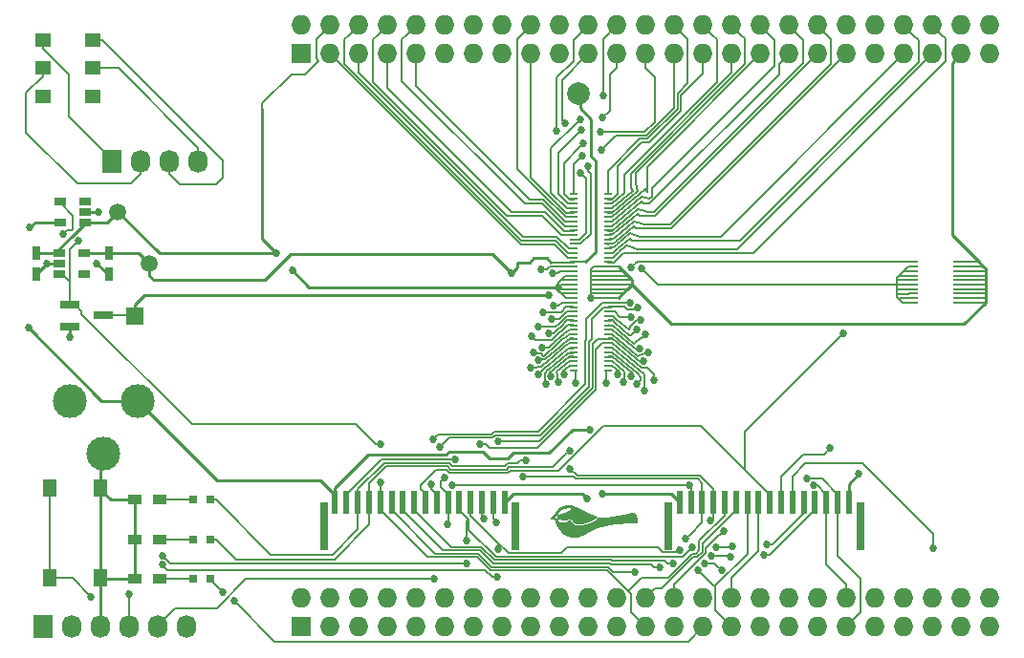
<source format=gtl>
G04 #@! TF.FileFunction,Copper,L1,Top,Signal*
%FSLAX46Y46*%
G04 Gerber Fmt 4.6, Leading zero omitted, Abs format (unit mm)*
G04 Created by KiCad (PCBNEW 4.0.1-stable) date Wednesday, January 27, 2016 'PMt' 03:54:45 PM*
%MOMM*%
G01*
G04 APERTURE LIST*
%ADD10C,0.100000*%
%ADD11C,0.010000*%
%ADD12C,3.000000*%
%ADD13R,1.727200X2.032000*%
%ADD14O,1.727200X2.032000*%
%ADD15R,1.727200X1.727200*%
%ADD16O,1.727200X1.727200*%
%ADD17R,0.600000X2.000000*%
%ADD18R,0.700000X4.200000*%
%ADD19R,0.700000X0.200000*%
%ADD20R,1.800860X0.800100*%
%ADD21R,1.400000X1.200000*%
%ADD22R,1.060000X0.650000*%
%ADD23R,0.797560X0.797560*%
%ADD24R,1.200000X0.900000*%
%ADD25R,1.300000X1.550000*%
%ADD26C,1.501140*%
%ADD27R,1.501140X1.501140*%
%ADD28C,2.000000*%
%ADD29R,0.750000X1.200000*%
%ADD30C,0.685800*%
%ADD31C,0.685801*%
%ADD32C,0.254000*%
%ADD33C,0.152400*%
G04 APERTURE END LIST*
D10*
D11*
G36*
X157689423Y-127765069D02*
X157721094Y-127765572D01*
X157748725Y-127766621D01*
X157773824Y-127768340D01*
X157797893Y-127770851D01*
X157822439Y-127774276D01*
X157848967Y-127778740D01*
X157870931Y-127782815D01*
X157929786Y-127795578D01*
X157990883Y-127811645D01*
X158051336Y-127830182D01*
X158108260Y-127850354D01*
X158119639Y-127854777D01*
X158162817Y-127871970D01*
X158205192Y-127889108D01*
X158247150Y-127906370D01*
X158289080Y-127923937D01*
X158331369Y-127941989D01*
X158374404Y-127960707D01*
X158418573Y-127980271D01*
X158464265Y-128000862D01*
X158511866Y-128022659D01*
X158561764Y-128045844D01*
X158614347Y-128070597D01*
X158670003Y-128097099D01*
X158729118Y-128125528D01*
X158792082Y-128156067D01*
X158859280Y-128188896D01*
X158931102Y-128224194D01*
X159007935Y-128262143D01*
X159090166Y-128302923D01*
X159178183Y-128346714D01*
X159200903Y-128358037D01*
X159279183Y-128396981D01*
X159351702Y-128432880D01*
X159418949Y-128465961D01*
X159481415Y-128496448D01*
X159539589Y-128524567D01*
X159593962Y-128550545D01*
X159645024Y-128574606D01*
X159693265Y-128596978D01*
X159739175Y-128617885D01*
X159783244Y-128637553D01*
X159825962Y-128656208D01*
X159867819Y-128674076D01*
X159909306Y-128691382D01*
X159950912Y-128708353D01*
X159993128Y-128725213D01*
X160026403Y-128738281D01*
X160049926Y-128747518D01*
X160071319Y-128756037D01*
X160089688Y-128763473D01*
X160104143Y-128769460D01*
X160113791Y-128773635D01*
X160117732Y-128775624D01*
X160117199Y-128779719D01*
X160111987Y-128787737D01*
X160102739Y-128798968D01*
X160090100Y-128812704D01*
X160074712Y-128828236D01*
X160057219Y-128844855D01*
X160044178Y-128856657D01*
X159976199Y-128912758D01*
X159901764Y-128966253D01*
X159820994Y-129017086D01*
X159734011Y-129065200D01*
X159640938Y-129110538D01*
X159541897Y-129153043D01*
X159437009Y-129192658D01*
X159326398Y-129229327D01*
X159210185Y-129262992D01*
X159123292Y-129285296D01*
X159022697Y-129308538D01*
X158927709Y-129327867D01*
X158838081Y-129343303D01*
X158753561Y-129354868D01*
X158673901Y-129362580D01*
X158598851Y-129366462D01*
X158528163Y-129366535D01*
X158461587Y-129362818D01*
X158398874Y-129355332D01*
X158361082Y-129348660D01*
X158300450Y-129333748D01*
X158245094Y-129314367D01*
X158195086Y-129290590D01*
X158150499Y-129262491D01*
X158111404Y-129230142D01*
X158077873Y-129193617D01*
X158049979Y-129152988D01*
X158027795Y-129108329D01*
X158011392Y-129059713D01*
X158000842Y-129007214D01*
X157997903Y-128980940D01*
X157997085Y-128969833D01*
X157996149Y-128961698D01*
X157994111Y-128955994D01*
X157989991Y-128952178D01*
X157982806Y-128949710D01*
X157971575Y-128948046D01*
X157955315Y-128946646D01*
X157933045Y-128944967D01*
X157932667Y-128944937D01*
X157905115Y-128942710D01*
X157883944Y-128940816D01*
X157868491Y-128939166D01*
X157858094Y-128937673D01*
X157852090Y-128936249D01*
X157849817Y-128934807D01*
X157849918Y-128933974D01*
X157847973Y-128932665D01*
X157841139Y-128932440D01*
X157831468Y-128933114D01*
X157821010Y-128934497D01*
X157811817Y-128936403D01*
X157807431Y-128937859D01*
X157801923Y-128939376D01*
X157790616Y-128941836D01*
X157774669Y-128945008D01*
X157755241Y-128948665D01*
X157733489Y-128952578D01*
X157728056Y-128953529D01*
X157646570Y-128967036D01*
X157569154Y-128978409D01*
X157493266Y-128987987D01*
X157416367Y-128996109D01*
X157392917Y-128998294D01*
X157370487Y-128999888D01*
X157343281Y-129001121D01*
X157312652Y-129001993D01*
X157279951Y-129002504D01*
X157246529Y-129002652D01*
X157213738Y-129002438D01*
X157182930Y-129001861D01*
X157155455Y-129000920D01*
X157132666Y-128999615D01*
X157119514Y-128998402D01*
X157046686Y-128988747D01*
X156975829Y-128976860D01*
X156905068Y-128962349D01*
X156832527Y-128944822D01*
X156756331Y-128923890D01*
X156740857Y-128919368D01*
X156718243Y-128912575D01*
X156701577Y-128907222D01*
X156689982Y-128902959D01*
X156682578Y-128899438D01*
X156678490Y-128896309D01*
X156677057Y-128893968D01*
X156676091Y-128888855D01*
X156674509Y-128877561D01*
X156672410Y-128860925D01*
X156669895Y-128839783D01*
X156667063Y-128814975D01*
X156664013Y-128787338D01*
X156660918Y-128758392D01*
X156657321Y-128724399D01*
X156654435Y-128696757D01*
X156652312Y-128674791D01*
X156651001Y-128657830D01*
X156650553Y-128645198D01*
X156651018Y-128636223D01*
X156652447Y-128630230D01*
X156654890Y-128626547D01*
X156658397Y-128624499D01*
X156663018Y-128623413D01*
X156668805Y-128622615D01*
X156671091Y-128622283D01*
X156682337Y-128620254D01*
X156699389Y-128616797D01*
X156721193Y-128612151D01*
X156746700Y-128606555D01*
X156774858Y-128600249D01*
X156804615Y-128593471D01*
X156834921Y-128586461D01*
X156864725Y-128579457D01*
X156892975Y-128572700D01*
X156918620Y-128566427D01*
X156937833Y-128561593D01*
X157040462Y-128534234D01*
X157136453Y-128506397D01*
X157226213Y-128477945D01*
X157310153Y-128448742D01*
X157388680Y-128418650D01*
X157462203Y-128387534D01*
X157474056Y-128382213D01*
X157544730Y-128347760D01*
X157616700Y-128308022D01*
X157688246Y-128264092D01*
X157757648Y-128217066D01*
X157823190Y-128168037D01*
X157867403Y-128131786D01*
X157885065Y-128116423D01*
X157903398Y-128100012D01*
X157921684Y-128083244D01*
X157939206Y-128066810D01*
X157955249Y-128051401D01*
X157969095Y-128037709D01*
X157980027Y-128026424D01*
X157987329Y-128018238D01*
X157990283Y-128013841D01*
X157990219Y-128013368D01*
X157984114Y-128010119D01*
X157972137Y-128005797D01*
X157955347Y-128000663D01*
X157934801Y-127994980D01*
X157911556Y-127989011D01*
X157886670Y-127983019D01*
X157861199Y-127977265D01*
X157836201Y-127972013D01*
X157812732Y-127967526D01*
X157791852Y-127964065D01*
X157791556Y-127964021D01*
X157736513Y-127957477D01*
X157682179Y-127954423D01*
X157627039Y-127954893D01*
X157569581Y-127958923D01*
X157508289Y-127966548D01*
X157478461Y-127971261D01*
X157385204Y-127989850D01*
X157295771Y-128013707D01*
X157210377Y-128042725D01*
X157129234Y-128076797D01*
X157052557Y-128115818D01*
X156980558Y-128159681D01*
X156913451Y-128208280D01*
X156851449Y-128261509D01*
X156807949Y-128304915D01*
X156765574Y-128353556D01*
X156727536Y-128404333D01*
X156694493Y-128456230D01*
X156667105Y-128508230D01*
X156649656Y-128549355D01*
X156644680Y-128561769D01*
X156640056Y-128571937D01*
X156636789Y-128577652D01*
X156633532Y-128580958D01*
X156625631Y-128588670D01*
X156613561Y-128600334D01*
X156597793Y-128615496D01*
X156578801Y-128633704D01*
X156557057Y-128654504D01*
X156533034Y-128677442D01*
X156507205Y-128702065D01*
X156488042Y-128720309D01*
X156461341Y-128745737D01*
X156436208Y-128769712D01*
X156413104Y-128791794D01*
X156392486Y-128811540D01*
X156374813Y-128828513D01*
X156360545Y-128842270D01*
X156350139Y-128852371D01*
X156344055Y-128858376D01*
X156342607Y-128859922D01*
X156345572Y-128861699D01*
X156354384Y-128866052D01*
X156368436Y-128872701D01*
X156387123Y-128881368D01*
X156409836Y-128891773D01*
X156435972Y-128903637D01*
X156464923Y-128916683D01*
X156496083Y-128930630D01*
X156503468Y-128933923D01*
X156665126Y-129005942D01*
X156681981Y-129066214D01*
X156690094Y-129094199D01*
X156699941Y-129126534D01*
X156710916Y-129161347D01*
X156722411Y-129196762D01*
X156733817Y-129230907D01*
X156744527Y-129261907D01*
X156753511Y-129286757D01*
X156758959Y-129300443D01*
X156763479Y-129308917D01*
X156768136Y-129313733D01*
X156773830Y-129316392D01*
X156781132Y-129317558D01*
X156794453Y-129318496D01*
X156812760Y-129319209D01*
X156835020Y-129319697D01*
X156860201Y-129319965D01*
X156887269Y-129320013D01*
X156915192Y-129319845D01*
X156942937Y-129319461D01*
X156969472Y-129318866D01*
X156993763Y-129318060D01*
X157014777Y-129317046D01*
X157031319Y-129315841D01*
X157194261Y-129298212D01*
X157294139Y-129284838D01*
X157336859Y-129278400D01*
X157373678Y-129272100D01*
X157405734Y-129265624D01*
X157434167Y-129258661D01*
X157460116Y-129250899D01*
X157484721Y-129242025D01*
X157509122Y-129231727D01*
X157534457Y-129219694D01*
X157537556Y-129218147D01*
X157593115Y-129186813D01*
X157647664Y-129149211D01*
X157700233Y-129106128D01*
X157749852Y-129058353D01*
X157790314Y-129013042D01*
X157808347Y-128991319D01*
X157810748Y-129016569D01*
X157817775Y-129063991D01*
X157829681Y-129113168D01*
X157845802Y-129162224D01*
X157865477Y-129209282D01*
X157888042Y-129252463D01*
X157901719Y-129274289D01*
X157939340Y-129324006D01*
X157982141Y-129369003D01*
X158030037Y-129409251D01*
X158082937Y-129444723D01*
X158140757Y-129475389D01*
X158203406Y-129501223D01*
X158270799Y-129522197D01*
X158342848Y-129538282D01*
X158419465Y-129549451D01*
X158500562Y-129555676D01*
X158586053Y-129556929D01*
X158675848Y-129553182D01*
X158754639Y-129546139D01*
X158827782Y-129536822D01*
X158905875Y-129524509D01*
X158987621Y-129509481D01*
X159071724Y-129492024D01*
X159156887Y-129472418D01*
X159241813Y-129450949D01*
X159325205Y-129427899D01*
X159401986Y-129404745D01*
X159499460Y-129372112D01*
X159593786Y-129336670D01*
X159684613Y-129298629D01*
X159771592Y-129258203D01*
X159854372Y-129215600D01*
X159932604Y-129171034D01*
X160005937Y-129124714D01*
X160074021Y-129076853D01*
X160136506Y-129027661D01*
X160193041Y-128977350D01*
X160243278Y-128926131D01*
X160286865Y-128874215D01*
X160291516Y-128868103D01*
X160301132Y-128855676D01*
X160307892Y-128848104D01*
X160312929Y-128844422D01*
X160317377Y-128843664D01*
X160319726Y-128844079D01*
X160339163Y-128848388D01*
X160364240Y-128853070D01*
X160393568Y-128857922D01*
X160425757Y-128862737D01*
X160459415Y-128867313D01*
X160493152Y-128871443D01*
X160525578Y-128874923D01*
X160536167Y-128875932D01*
X160567905Y-128878462D01*
X160599888Y-128880184D01*
X160632791Y-128881067D01*
X160667290Y-128881080D01*
X160704060Y-128880194D01*
X160743775Y-128878377D01*
X160787113Y-128875599D01*
X160834746Y-128871829D01*
X160887352Y-128867037D01*
X160945605Y-128861192D01*
X161007125Y-128854600D01*
X161096165Y-128844237D01*
X161191639Y-128832018D01*
X161293193Y-128818007D01*
X161400469Y-128802269D01*
X161513115Y-128784868D01*
X161630774Y-128765867D01*
X161753091Y-128745332D01*
X161879712Y-128723326D01*
X162010280Y-128699914D01*
X162144441Y-128675160D01*
X162281840Y-128649128D01*
X162422121Y-128621882D01*
X162564930Y-128593486D01*
X162709911Y-128564006D01*
X162856709Y-128533505D01*
X163004969Y-128502046D01*
X163154335Y-128469696D01*
X163241972Y-128450408D01*
X163286466Y-128440554D01*
X163324684Y-128432267D01*
X163357258Y-128425680D01*
X163384823Y-128420928D01*
X163408011Y-128418146D01*
X163427455Y-128417468D01*
X163443788Y-128419028D01*
X163457642Y-128422962D01*
X163469652Y-128429404D01*
X163480449Y-128438488D01*
X163490667Y-128450348D01*
X163500938Y-128465120D01*
X163511896Y-128482938D01*
X163524174Y-128503936D01*
X163528453Y-128511295D01*
X163565722Y-128577072D01*
X163600654Y-128642322D01*
X163632855Y-128706214D01*
X163661929Y-128767915D01*
X163687481Y-128826594D01*
X163709117Y-128881419D01*
X163722982Y-128920859D01*
X163738442Y-128973272D01*
X163749158Y-129022184D01*
X163755158Y-129067367D01*
X163756469Y-129108594D01*
X163753119Y-129145635D01*
X163745134Y-129178262D01*
X163732543Y-129206247D01*
X163715372Y-129229362D01*
X163693649Y-129247378D01*
X163683124Y-129253395D01*
X163672991Y-129258154D01*
X163661941Y-129262524D01*
X163649615Y-129266533D01*
X163635657Y-129270209D01*
X163619709Y-129273581D01*
X163601413Y-129276677D01*
X163580414Y-129279524D01*
X163556352Y-129282152D01*
X163528872Y-129284587D01*
X163497615Y-129286859D01*
X163462225Y-129288995D01*
X163422343Y-129291023D01*
X163377613Y-129292973D01*
X163327677Y-129294871D01*
X163272178Y-129296746D01*
X163210759Y-129298626D01*
X163143062Y-129300540D01*
X163068731Y-129302515D01*
X163055000Y-129302869D01*
X162932923Y-129306207D01*
X162817344Y-129309786D01*
X162707707Y-129313639D01*
X162603456Y-129317794D01*
X162504037Y-129322284D01*
X162408895Y-129327138D01*
X162317474Y-129332388D01*
X162229219Y-129338064D01*
X162143574Y-129344196D01*
X162059985Y-129350816D01*
X161977897Y-129357954D01*
X161896754Y-129365640D01*
X161869667Y-129368345D01*
X161740967Y-129382177D01*
X161616502Y-129397273D01*
X161495523Y-129413805D01*
X161377281Y-129431941D01*
X161261028Y-129451851D01*
X161146016Y-129473705D01*
X161031496Y-129497671D01*
X160916721Y-129523920D01*
X160800941Y-129552620D01*
X160683408Y-129583942D01*
X160563373Y-129618054D01*
X160440090Y-129655127D01*
X160312808Y-129695329D01*
X160180780Y-129738830D01*
X160075792Y-129774551D01*
X160025932Y-129792059D01*
X159978400Y-129809485D01*
X159932527Y-129827150D01*
X159887643Y-129845374D01*
X159843080Y-129864476D01*
X159798167Y-129884779D01*
X159752235Y-129906601D01*
X159704615Y-129930263D01*
X159654637Y-129956085D01*
X159601633Y-129984388D01*
X159544932Y-130015492D01*
X159483865Y-130049717D01*
X159417763Y-130087384D01*
X159396694Y-130099493D01*
X159338073Y-130133223D01*
X159285102Y-130163651D01*
X159237334Y-130191025D01*
X159194321Y-130215591D01*
X159155616Y-130237596D01*
X159120771Y-130257287D01*
X159089338Y-130274910D01*
X159060870Y-130290714D01*
X159034919Y-130304944D01*
X159011037Y-130317848D01*
X158988777Y-130329672D01*
X158967692Y-130340664D01*
X158947332Y-130351070D01*
X158927252Y-130361138D01*
X158907003Y-130371113D01*
X158886138Y-130381244D01*
X158884306Y-130382128D01*
X158816867Y-130413565D01*
X158753250Y-130440819D01*
X158692082Y-130464282D01*
X158631992Y-130484345D01*
X158571609Y-130501402D01*
X158509560Y-130515844D01*
X158444474Y-130528064D01*
X158374978Y-130538454D01*
X158310139Y-130546279D01*
X158269152Y-130550039D01*
X158223206Y-130552999D01*
X158174358Y-130555105D01*
X158124663Y-130556301D01*
X158076179Y-130556532D01*
X158030962Y-130555744D01*
X158001458Y-130554508D01*
X157921912Y-130547865D01*
X157841456Y-130536743D01*
X157761278Y-130521443D01*
X157682567Y-130502263D01*
X157606511Y-130479501D01*
X157534298Y-130453456D01*
X157467116Y-130424427D01*
X157449008Y-130415625D01*
X157368028Y-130371372D01*
X157288806Y-130320408D01*
X157211482Y-130262893D01*
X157136195Y-130198983D01*
X157063086Y-130128836D01*
X156992295Y-130052610D01*
X156923960Y-129970463D01*
X156858223Y-129882552D01*
X156795222Y-129789036D01*
X156735097Y-129690070D01*
X156677989Y-129585814D01*
X156632897Y-129495201D01*
X156614559Y-129455287D01*
X156596937Y-129413922D01*
X156579526Y-129369814D01*
X156561819Y-129321672D01*
X156543310Y-129268204D01*
X156538965Y-129255250D01*
X156531296Y-129231804D01*
X156523193Y-129206214D01*
X156515008Y-129179673D01*
X156507093Y-129153373D01*
X156499801Y-129128508D01*
X156493485Y-129106269D01*
X156488496Y-129087848D01*
X156485187Y-129074440D01*
X156484378Y-129070558D01*
X156482209Y-129058996D01*
X156277595Y-128976428D01*
X156241615Y-128961883D01*
X156207607Y-128948085D01*
X156176132Y-128935266D01*
X156147748Y-128923654D01*
X156123014Y-128913480D01*
X156102490Y-128904974D01*
X156086734Y-128898367D01*
X156076307Y-128893889D01*
X156071768Y-128891769D01*
X156071619Y-128891656D01*
X156073960Y-128889006D01*
X156081162Y-128882050D01*
X156092812Y-128871163D01*
X156108495Y-128856724D01*
X156127797Y-128839108D01*
X156150304Y-128818694D01*
X156175601Y-128795859D01*
X156203274Y-128770979D01*
X156232909Y-128744432D01*
X156258286Y-128721769D01*
X156294302Y-128689640D01*
X156325416Y-128661846D01*
X156351998Y-128638033D01*
X156374415Y-128617848D01*
X156393038Y-128600935D01*
X156408235Y-128586942D01*
X156420376Y-128575513D01*
X156429830Y-128566294D01*
X156436965Y-128558931D01*
X156442152Y-128553071D01*
X156445759Y-128548358D01*
X156448156Y-128544439D01*
X156449712Y-128540959D01*
X156450795Y-128537565D01*
X156450979Y-128536897D01*
X156457388Y-128516348D01*
X156466490Y-128491398D01*
X156477560Y-128463816D01*
X156489874Y-128435375D01*
X156502705Y-128407843D01*
X156509300Y-128394554D01*
X156541749Y-128336345D01*
X156578977Y-128280220D01*
X156621666Y-128225249D01*
X156670499Y-128170502D01*
X156683642Y-128156849D01*
X156739151Y-128103310D01*
X156796431Y-128054827D01*
X156856685Y-128010531D01*
X156921117Y-127969557D01*
X156990931Y-127931037D01*
X157011917Y-127920420D01*
X157079971Y-127888548D01*
X157147985Y-127860713D01*
X157217187Y-127836541D01*
X157288807Y-127815659D01*
X157364072Y-127797692D01*
X157444212Y-127782268D01*
X157490680Y-127774752D01*
X157510516Y-127771832D01*
X157527844Y-127769566D01*
X157544061Y-127767870D01*
X157560562Y-127766659D01*
X157578742Y-127765848D01*
X157599998Y-127765355D01*
X157625724Y-127765094D01*
X157652208Y-127764991D01*
X157689423Y-127765069D01*
X157689423Y-127765069D01*
G37*
X157689423Y-127765069D02*
X157721094Y-127765572D01*
X157748725Y-127766621D01*
X157773824Y-127768340D01*
X157797893Y-127770851D01*
X157822439Y-127774276D01*
X157848967Y-127778740D01*
X157870931Y-127782815D01*
X157929786Y-127795578D01*
X157990883Y-127811645D01*
X158051336Y-127830182D01*
X158108260Y-127850354D01*
X158119639Y-127854777D01*
X158162817Y-127871970D01*
X158205192Y-127889108D01*
X158247150Y-127906370D01*
X158289080Y-127923937D01*
X158331369Y-127941989D01*
X158374404Y-127960707D01*
X158418573Y-127980271D01*
X158464265Y-128000862D01*
X158511866Y-128022659D01*
X158561764Y-128045844D01*
X158614347Y-128070597D01*
X158670003Y-128097099D01*
X158729118Y-128125528D01*
X158792082Y-128156067D01*
X158859280Y-128188896D01*
X158931102Y-128224194D01*
X159007935Y-128262143D01*
X159090166Y-128302923D01*
X159178183Y-128346714D01*
X159200903Y-128358037D01*
X159279183Y-128396981D01*
X159351702Y-128432880D01*
X159418949Y-128465961D01*
X159481415Y-128496448D01*
X159539589Y-128524567D01*
X159593962Y-128550545D01*
X159645024Y-128574606D01*
X159693265Y-128596978D01*
X159739175Y-128617885D01*
X159783244Y-128637553D01*
X159825962Y-128656208D01*
X159867819Y-128674076D01*
X159909306Y-128691382D01*
X159950912Y-128708353D01*
X159993128Y-128725213D01*
X160026403Y-128738281D01*
X160049926Y-128747518D01*
X160071319Y-128756037D01*
X160089688Y-128763473D01*
X160104143Y-128769460D01*
X160113791Y-128773635D01*
X160117732Y-128775624D01*
X160117199Y-128779719D01*
X160111987Y-128787737D01*
X160102739Y-128798968D01*
X160090100Y-128812704D01*
X160074712Y-128828236D01*
X160057219Y-128844855D01*
X160044178Y-128856657D01*
X159976199Y-128912758D01*
X159901764Y-128966253D01*
X159820994Y-129017086D01*
X159734011Y-129065200D01*
X159640938Y-129110538D01*
X159541897Y-129153043D01*
X159437009Y-129192658D01*
X159326398Y-129229327D01*
X159210185Y-129262992D01*
X159123292Y-129285296D01*
X159022697Y-129308538D01*
X158927709Y-129327867D01*
X158838081Y-129343303D01*
X158753561Y-129354868D01*
X158673901Y-129362580D01*
X158598851Y-129366462D01*
X158528163Y-129366535D01*
X158461587Y-129362818D01*
X158398874Y-129355332D01*
X158361082Y-129348660D01*
X158300450Y-129333748D01*
X158245094Y-129314367D01*
X158195086Y-129290590D01*
X158150499Y-129262491D01*
X158111404Y-129230142D01*
X158077873Y-129193617D01*
X158049979Y-129152988D01*
X158027795Y-129108329D01*
X158011392Y-129059713D01*
X158000842Y-129007214D01*
X157997903Y-128980940D01*
X157997085Y-128969833D01*
X157996149Y-128961698D01*
X157994111Y-128955994D01*
X157989991Y-128952178D01*
X157982806Y-128949710D01*
X157971575Y-128948046D01*
X157955315Y-128946646D01*
X157933045Y-128944967D01*
X157932667Y-128944937D01*
X157905115Y-128942710D01*
X157883944Y-128940816D01*
X157868491Y-128939166D01*
X157858094Y-128937673D01*
X157852090Y-128936249D01*
X157849817Y-128934807D01*
X157849918Y-128933974D01*
X157847973Y-128932665D01*
X157841139Y-128932440D01*
X157831468Y-128933114D01*
X157821010Y-128934497D01*
X157811817Y-128936403D01*
X157807431Y-128937859D01*
X157801923Y-128939376D01*
X157790616Y-128941836D01*
X157774669Y-128945008D01*
X157755241Y-128948665D01*
X157733489Y-128952578D01*
X157728056Y-128953529D01*
X157646570Y-128967036D01*
X157569154Y-128978409D01*
X157493266Y-128987987D01*
X157416367Y-128996109D01*
X157392917Y-128998294D01*
X157370487Y-128999888D01*
X157343281Y-129001121D01*
X157312652Y-129001993D01*
X157279951Y-129002504D01*
X157246529Y-129002652D01*
X157213738Y-129002438D01*
X157182930Y-129001861D01*
X157155455Y-129000920D01*
X157132666Y-128999615D01*
X157119514Y-128998402D01*
X157046686Y-128988747D01*
X156975829Y-128976860D01*
X156905068Y-128962349D01*
X156832527Y-128944822D01*
X156756331Y-128923890D01*
X156740857Y-128919368D01*
X156718243Y-128912575D01*
X156701577Y-128907222D01*
X156689982Y-128902959D01*
X156682578Y-128899438D01*
X156678490Y-128896309D01*
X156677057Y-128893968D01*
X156676091Y-128888855D01*
X156674509Y-128877561D01*
X156672410Y-128860925D01*
X156669895Y-128839783D01*
X156667063Y-128814975D01*
X156664013Y-128787338D01*
X156660918Y-128758392D01*
X156657321Y-128724399D01*
X156654435Y-128696757D01*
X156652312Y-128674791D01*
X156651001Y-128657830D01*
X156650553Y-128645198D01*
X156651018Y-128636223D01*
X156652447Y-128630230D01*
X156654890Y-128626547D01*
X156658397Y-128624499D01*
X156663018Y-128623413D01*
X156668805Y-128622615D01*
X156671091Y-128622283D01*
X156682337Y-128620254D01*
X156699389Y-128616797D01*
X156721193Y-128612151D01*
X156746700Y-128606555D01*
X156774858Y-128600249D01*
X156804615Y-128593471D01*
X156834921Y-128586461D01*
X156864725Y-128579457D01*
X156892975Y-128572700D01*
X156918620Y-128566427D01*
X156937833Y-128561593D01*
X157040462Y-128534234D01*
X157136453Y-128506397D01*
X157226213Y-128477945D01*
X157310153Y-128448742D01*
X157388680Y-128418650D01*
X157462203Y-128387534D01*
X157474056Y-128382213D01*
X157544730Y-128347760D01*
X157616700Y-128308022D01*
X157688246Y-128264092D01*
X157757648Y-128217066D01*
X157823190Y-128168037D01*
X157867403Y-128131786D01*
X157885065Y-128116423D01*
X157903398Y-128100012D01*
X157921684Y-128083244D01*
X157939206Y-128066810D01*
X157955249Y-128051401D01*
X157969095Y-128037709D01*
X157980027Y-128026424D01*
X157987329Y-128018238D01*
X157990283Y-128013841D01*
X157990219Y-128013368D01*
X157984114Y-128010119D01*
X157972137Y-128005797D01*
X157955347Y-128000663D01*
X157934801Y-127994980D01*
X157911556Y-127989011D01*
X157886670Y-127983019D01*
X157861199Y-127977265D01*
X157836201Y-127972013D01*
X157812732Y-127967526D01*
X157791852Y-127964065D01*
X157791556Y-127964021D01*
X157736513Y-127957477D01*
X157682179Y-127954423D01*
X157627039Y-127954893D01*
X157569581Y-127958923D01*
X157508289Y-127966548D01*
X157478461Y-127971261D01*
X157385204Y-127989850D01*
X157295771Y-128013707D01*
X157210377Y-128042725D01*
X157129234Y-128076797D01*
X157052557Y-128115818D01*
X156980558Y-128159681D01*
X156913451Y-128208280D01*
X156851449Y-128261509D01*
X156807949Y-128304915D01*
X156765574Y-128353556D01*
X156727536Y-128404333D01*
X156694493Y-128456230D01*
X156667105Y-128508230D01*
X156649656Y-128549355D01*
X156644680Y-128561769D01*
X156640056Y-128571937D01*
X156636789Y-128577652D01*
X156633532Y-128580958D01*
X156625631Y-128588670D01*
X156613561Y-128600334D01*
X156597793Y-128615496D01*
X156578801Y-128633704D01*
X156557057Y-128654504D01*
X156533034Y-128677442D01*
X156507205Y-128702065D01*
X156488042Y-128720309D01*
X156461341Y-128745737D01*
X156436208Y-128769712D01*
X156413104Y-128791794D01*
X156392486Y-128811540D01*
X156374813Y-128828513D01*
X156360545Y-128842270D01*
X156350139Y-128852371D01*
X156344055Y-128858376D01*
X156342607Y-128859922D01*
X156345572Y-128861699D01*
X156354384Y-128866052D01*
X156368436Y-128872701D01*
X156387123Y-128881368D01*
X156409836Y-128891773D01*
X156435972Y-128903637D01*
X156464923Y-128916683D01*
X156496083Y-128930630D01*
X156503468Y-128933923D01*
X156665126Y-129005942D01*
X156681981Y-129066214D01*
X156690094Y-129094199D01*
X156699941Y-129126534D01*
X156710916Y-129161347D01*
X156722411Y-129196762D01*
X156733817Y-129230907D01*
X156744527Y-129261907D01*
X156753511Y-129286757D01*
X156758959Y-129300443D01*
X156763479Y-129308917D01*
X156768136Y-129313733D01*
X156773830Y-129316392D01*
X156781132Y-129317558D01*
X156794453Y-129318496D01*
X156812760Y-129319209D01*
X156835020Y-129319697D01*
X156860201Y-129319965D01*
X156887269Y-129320013D01*
X156915192Y-129319845D01*
X156942937Y-129319461D01*
X156969472Y-129318866D01*
X156993763Y-129318060D01*
X157014777Y-129317046D01*
X157031319Y-129315841D01*
X157194261Y-129298212D01*
X157294139Y-129284838D01*
X157336859Y-129278400D01*
X157373678Y-129272100D01*
X157405734Y-129265624D01*
X157434167Y-129258661D01*
X157460116Y-129250899D01*
X157484721Y-129242025D01*
X157509122Y-129231727D01*
X157534457Y-129219694D01*
X157537556Y-129218147D01*
X157593115Y-129186813D01*
X157647664Y-129149211D01*
X157700233Y-129106128D01*
X157749852Y-129058353D01*
X157790314Y-129013042D01*
X157808347Y-128991319D01*
X157810748Y-129016569D01*
X157817775Y-129063991D01*
X157829681Y-129113168D01*
X157845802Y-129162224D01*
X157865477Y-129209282D01*
X157888042Y-129252463D01*
X157901719Y-129274289D01*
X157939340Y-129324006D01*
X157982141Y-129369003D01*
X158030037Y-129409251D01*
X158082937Y-129444723D01*
X158140757Y-129475389D01*
X158203406Y-129501223D01*
X158270799Y-129522197D01*
X158342848Y-129538282D01*
X158419465Y-129549451D01*
X158500562Y-129555676D01*
X158586053Y-129556929D01*
X158675848Y-129553182D01*
X158754639Y-129546139D01*
X158827782Y-129536822D01*
X158905875Y-129524509D01*
X158987621Y-129509481D01*
X159071724Y-129492024D01*
X159156887Y-129472418D01*
X159241813Y-129450949D01*
X159325205Y-129427899D01*
X159401986Y-129404745D01*
X159499460Y-129372112D01*
X159593786Y-129336670D01*
X159684613Y-129298629D01*
X159771592Y-129258203D01*
X159854372Y-129215600D01*
X159932604Y-129171034D01*
X160005937Y-129124714D01*
X160074021Y-129076853D01*
X160136506Y-129027661D01*
X160193041Y-128977350D01*
X160243278Y-128926131D01*
X160286865Y-128874215D01*
X160291516Y-128868103D01*
X160301132Y-128855676D01*
X160307892Y-128848104D01*
X160312929Y-128844422D01*
X160317377Y-128843664D01*
X160319726Y-128844079D01*
X160339163Y-128848388D01*
X160364240Y-128853070D01*
X160393568Y-128857922D01*
X160425757Y-128862737D01*
X160459415Y-128867313D01*
X160493152Y-128871443D01*
X160525578Y-128874923D01*
X160536167Y-128875932D01*
X160567905Y-128878462D01*
X160599888Y-128880184D01*
X160632791Y-128881067D01*
X160667290Y-128881080D01*
X160704060Y-128880194D01*
X160743775Y-128878377D01*
X160787113Y-128875599D01*
X160834746Y-128871829D01*
X160887352Y-128867037D01*
X160945605Y-128861192D01*
X161007125Y-128854600D01*
X161096165Y-128844237D01*
X161191639Y-128832018D01*
X161293193Y-128818007D01*
X161400469Y-128802269D01*
X161513115Y-128784868D01*
X161630774Y-128765867D01*
X161753091Y-128745332D01*
X161879712Y-128723326D01*
X162010280Y-128699914D01*
X162144441Y-128675160D01*
X162281840Y-128649128D01*
X162422121Y-128621882D01*
X162564930Y-128593486D01*
X162709911Y-128564006D01*
X162856709Y-128533505D01*
X163004969Y-128502046D01*
X163154335Y-128469696D01*
X163241972Y-128450408D01*
X163286466Y-128440554D01*
X163324684Y-128432267D01*
X163357258Y-128425680D01*
X163384823Y-128420928D01*
X163408011Y-128418146D01*
X163427455Y-128417468D01*
X163443788Y-128419028D01*
X163457642Y-128422962D01*
X163469652Y-128429404D01*
X163480449Y-128438488D01*
X163490667Y-128450348D01*
X163500938Y-128465120D01*
X163511896Y-128482938D01*
X163524174Y-128503936D01*
X163528453Y-128511295D01*
X163565722Y-128577072D01*
X163600654Y-128642322D01*
X163632855Y-128706214D01*
X163661929Y-128767915D01*
X163687481Y-128826594D01*
X163709117Y-128881419D01*
X163722982Y-128920859D01*
X163738442Y-128973272D01*
X163749158Y-129022184D01*
X163755158Y-129067367D01*
X163756469Y-129108594D01*
X163753119Y-129145635D01*
X163745134Y-129178262D01*
X163732543Y-129206247D01*
X163715372Y-129229362D01*
X163693649Y-129247378D01*
X163683124Y-129253395D01*
X163672991Y-129258154D01*
X163661941Y-129262524D01*
X163649615Y-129266533D01*
X163635657Y-129270209D01*
X163619709Y-129273581D01*
X163601413Y-129276677D01*
X163580414Y-129279524D01*
X163556352Y-129282152D01*
X163528872Y-129284587D01*
X163497615Y-129286859D01*
X163462225Y-129288995D01*
X163422343Y-129291023D01*
X163377613Y-129292973D01*
X163327677Y-129294871D01*
X163272178Y-129296746D01*
X163210759Y-129298626D01*
X163143062Y-129300540D01*
X163068731Y-129302515D01*
X163055000Y-129302869D01*
X162932923Y-129306207D01*
X162817344Y-129309786D01*
X162707707Y-129313639D01*
X162603456Y-129317794D01*
X162504037Y-129322284D01*
X162408895Y-129327138D01*
X162317474Y-129332388D01*
X162229219Y-129338064D01*
X162143574Y-129344196D01*
X162059985Y-129350816D01*
X161977897Y-129357954D01*
X161896754Y-129365640D01*
X161869667Y-129368345D01*
X161740967Y-129382177D01*
X161616502Y-129397273D01*
X161495523Y-129413805D01*
X161377281Y-129431941D01*
X161261028Y-129451851D01*
X161146016Y-129473705D01*
X161031496Y-129497671D01*
X160916721Y-129523920D01*
X160800941Y-129552620D01*
X160683408Y-129583942D01*
X160563373Y-129618054D01*
X160440090Y-129655127D01*
X160312808Y-129695329D01*
X160180780Y-129738830D01*
X160075792Y-129774551D01*
X160025932Y-129792059D01*
X159978400Y-129809485D01*
X159932527Y-129827150D01*
X159887643Y-129845374D01*
X159843080Y-129864476D01*
X159798167Y-129884779D01*
X159752235Y-129906601D01*
X159704615Y-129930263D01*
X159654637Y-129956085D01*
X159601633Y-129984388D01*
X159544932Y-130015492D01*
X159483865Y-130049717D01*
X159417763Y-130087384D01*
X159396694Y-130099493D01*
X159338073Y-130133223D01*
X159285102Y-130163651D01*
X159237334Y-130191025D01*
X159194321Y-130215591D01*
X159155616Y-130237596D01*
X159120771Y-130257287D01*
X159089338Y-130274910D01*
X159060870Y-130290714D01*
X159034919Y-130304944D01*
X159011037Y-130317848D01*
X158988777Y-130329672D01*
X158967692Y-130340664D01*
X158947332Y-130351070D01*
X158927252Y-130361138D01*
X158907003Y-130371113D01*
X158886138Y-130381244D01*
X158884306Y-130382128D01*
X158816867Y-130413565D01*
X158753250Y-130440819D01*
X158692082Y-130464282D01*
X158631992Y-130484345D01*
X158571609Y-130501402D01*
X158509560Y-130515844D01*
X158444474Y-130528064D01*
X158374978Y-130538454D01*
X158310139Y-130546279D01*
X158269152Y-130550039D01*
X158223206Y-130552999D01*
X158174358Y-130555105D01*
X158124663Y-130556301D01*
X158076179Y-130556532D01*
X158030962Y-130555744D01*
X158001458Y-130554508D01*
X157921912Y-130547865D01*
X157841456Y-130536743D01*
X157761278Y-130521443D01*
X157682567Y-130502263D01*
X157606511Y-130479501D01*
X157534298Y-130453456D01*
X157467116Y-130424427D01*
X157449008Y-130415625D01*
X157368028Y-130371372D01*
X157288806Y-130320408D01*
X157211482Y-130262893D01*
X157136195Y-130198983D01*
X157063086Y-130128836D01*
X156992295Y-130052610D01*
X156923960Y-129970463D01*
X156858223Y-129882552D01*
X156795222Y-129789036D01*
X156735097Y-129690070D01*
X156677989Y-129585814D01*
X156632897Y-129495201D01*
X156614559Y-129455287D01*
X156596937Y-129413922D01*
X156579526Y-129369814D01*
X156561819Y-129321672D01*
X156543310Y-129268204D01*
X156538965Y-129255250D01*
X156531296Y-129231804D01*
X156523193Y-129206214D01*
X156515008Y-129179673D01*
X156507093Y-129153373D01*
X156499801Y-129128508D01*
X156493485Y-129106269D01*
X156488496Y-129087848D01*
X156485187Y-129074440D01*
X156484378Y-129070558D01*
X156482209Y-129058996D01*
X156277595Y-128976428D01*
X156241615Y-128961883D01*
X156207607Y-128948085D01*
X156176132Y-128935266D01*
X156147748Y-128923654D01*
X156123014Y-128913480D01*
X156102490Y-128904974D01*
X156086734Y-128898367D01*
X156076307Y-128893889D01*
X156071768Y-128891769D01*
X156071619Y-128891656D01*
X156073960Y-128889006D01*
X156081162Y-128882050D01*
X156092812Y-128871163D01*
X156108495Y-128856724D01*
X156127797Y-128839108D01*
X156150304Y-128818694D01*
X156175601Y-128795859D01*
X156203274Y-128770979D01*
X156232909Y-128744432D01*
X156258286Y-128721769D01*
X156294302Y-128689640D01*
X156325416Y-128661846D01*
X156351998Y-128638033D01*
X156374415Y-128617848D01*
X156393038Y-128600935D01*
X156408235Y-128586942D01*
X156420376Y-128575513D01*
X156429830Y-128566294D01*
X156436965Y-128558931D01*
X156442152Y-128553071D01*
X156445759Y-128548358D01*
X156448156Y-128544439D01*
X156449712Y-128540959D01*
X156450795Y-128537565D01*
X156450979Y-128536897D01*
X156457388Y-128516348D01*
X156466490Y-128491398D01*
X156477560Y-128463816D01*
X156489874Y-128435375D01*
X156502705Y-128407843D01*
X156509300Y-128394554D01*
X156541749Y-128336345D01*
X156578977Y-128280220D01*
X156621666Y-128225249D01*
X156670499Y-128170502D01*
X156683642Y-128156849D01*
X156739151Y-128103310D01*
X156796431Y-128054827D01*
X156856685Y-128010531D01*
X156921117Y-127969557D01*
X156990931Y-127931037D01*
X157011917Y-127920420D01*
X157079971Y-127888548D01*
X157147985Y-127860713D01*
X157217187Y-127836541D01*
X157288807Y-127815659D01*
X157364072Y-127797692D01*
X157444212Y-127782268D01*
X157490680Y-127774752D01*
X157510516Y-127771832D01*
X157527844Y-127769566D01*
X157544061Y-127767870D01*
X157560562Y-127766659D01*
X157578742Y-127765848D01*
X157599998Y-127765355D01*
X157625724Y-127765094D01*
X157652208Y-127764991D01*
X157689423Y-127765069D01*
D12*
X116500000Y-123200000D03*
X113500000Y-118500000D03*
X119500000Y-118500000D03*
D13*
X111140000Y-138550000D03*
D14*
X113680000Y-138550000D03*
X116220000Y-138550000D03*
X118760000Y-138550000D03*
X121300000Y-138550000D03*
X123840000Y-138550000D03*
D15*
X134000000Y-138550000D03*
D16*
X134000000Y-136010000D03*
X136540000Y-138550000D03*
X136540000Y-136010000D03*
X139080000Y-138550000D03*
X139080000Y-136010000D03*
X141620000Y-138550000D03*
X141620000Y-136010000D03*
X144160000Y-138550000D03*
X144160000Y-136010000D03*
X146700000Y-138550000D03*
X146700000Y-136010000D03*
X149240000Y-138550000D03*
X149240000Y-136010000D03*
X151780000Y-138550000D03*
X151780000Y-136010000D03*
X154320000Y-138550000D03*
X154320000Y-136010000D03*
X156860000Y-138550000D03*
X156860000Y-136010000D03*
X159400000Y-138550000D03*
X159400000Y-136010000D03*
X161940000Y-138550000D03*
X161940000Y-136010000D03*
X164480000Y-138550000D03*
X164480000Y-136010000D03*
X167020000Y-138550000D03*
X167020000Y-136010000D03*
X169560000Y-138550000D03*
X169560000Y-136010000D03*
X172100000Y-138550000D03*
X172100000Y-136010000D03*
X174640000Y-138550000D03*
X174640000Y-136010000D03*
X177180000Y-138550000D03*
X177180000Y-136010000D03*
X179720000Y-138550000D03*
X179720000Y-136010000D03*
X182260000Y-138550000D03*
X182260000Y-136010000D03*
X184800000Y-138550000D03*
X184800000Y-136010000D03*
X187340000Y-138550000D03*
X187340000Y-136010000D03*
X189880000Y-138550000D03*
X189880000Y-136010000D03*
X192420000Y-138550000D03*
X192420000Y-136010000D03*
X194960000Y-138550000D03*
X194960000Y-136010000D03*
D13*
X117250000Y-97250000D03*
D14*
X119790000Y-97250000D03*
X122330000Y-97250000D03*
X124870000Y-97250000D03*
D15*
X134000000Y-87750000D03*
D16*
X134000000Y-85210000D03*
X136540000Y-87750000D03*
X136540000Y-85210000D03*
X139080000Y-87750000D03*
X139080000Y-85210000D03*
X141620000Y-87750000D03*
X141620000Y-85210000D03*
X144160000Y-87750000D03*
X144160000Y-85210000D03*
X146700000Y-87750000D03*
X146700000Y-85210000D03*
X149240000Y-87750000D03*
X149240000Y-85210000D03*
X151780000Y-87750000D03*
X151780000Y-85210000D03*
X154320000Y-87750000D03*
X154320000Y-85210000D03*
X156860000Y-87750000D03*
X156860000Y-85210000D03*
X159400000Y-87750000D03*
X159400000Y-85210000D03*
X161940000Y-87750000D03*
X161940000Y-85210000D03*
X164480000Y-87750000D03*
X164480000Y-85210000D03*
X167020000Y-87750000D03*
X167020000Y-85210000D03*
X169560000Y-87750000D03*
X169560000Y-85210000D03*
X172100000Y-87750000D03*
X172100000Y-85210000D03*
X174640000Y-87750000D03*
X174640000Y-85210000D03*
X177180000Y-87750000D03*
X177180000Y-85210000D03*
X179720000Y-87750000D03*
X179720000Y-85210000D03*
X182260000Y-87750000D03*
X182260000Y-85210000D03*
X184800000Y-87750000D03*
X184800000Y-85210000D03*
X187340000Y-87750000D03*
X187340000Y-85210000D03*
X189880000Y-87750000D03*
X189880000Y-85210000D03*
X192420000Y-87750000D03*
X192420000Y-85210000D03*
X194960000Y-87750000D03*
X194960000Y-85210000D03*
D17*
X137000000Y-127500000D03*
X138000000Y-127500000D03*
X139000000Y-127500000D03*
X140000000Y-127500000D03*
X141000000Y-127500000D03*
X142000000Y-127500000D03*
X143000000Y-127500000D03*
X144000000Y-127500000D03*
X145000000Y-127500000D03*
X146000000Y-127500000D03*
X147000000Y-127500000D03*
X148000000Y-127500000D03*
X149000000Y-127500000D03*
X150000000Y-127500000D03*
X151000000Y-127500000D03*
X152000000Y-127500000D03*
D18*
X136000000Y-129600000D03*
X153000000Y-129600000D03*
D19*
X188260000Y-109800000D03*
X192040000Y-109800000D03*
X188260000Y-109400000D03*
X192040000Y-109400000D03*
X188260000Y-109000000D03*
X192040000Y-109000000D03*
X188260000Y-108600000D03*
X192040000Y-108600000D03*
X188260000Y-108200000D03*
X192040000Y-108200000D03*
X188260000Y-107800000D03*
X192040000Y-107800000D03*
X188260000Y-107400000D03*
X192040000Y-107400000D03*
X188260000Y-107000000D03*
X192040000Y-107000000D03*
X188260000Y-106600000D03*
X192040000Y-106600000D03*
X188260000Y-106200000D03*
X192040000Y-106200000D03*
D20*
X113500000Y-110000000D03*
X113500000Y-111900000D03*
X116502280Y-110950000D03*
D21*
X111100000Y-86500000D03*
X111100000Y-89000000D03*
X111100000Y-91500000D03*
X115500000Y-86500000D03*
X115500000Y-89000000D03*
X115500000Y-91500000D03*
D22*
X114850000Y-102700000D03*
X114850000Y-101750000D03*
X114850000Y-100800000D03*
X112650000Y-100800000D03*
X112650000Y-102700000D03*
X112600000Y-105380000D03*
X112600000Y-106330000D03*
X112600000Y-107280000D03*
X114800000Y-107280000D03*
X114800000Y-105380000D03*
D17*
X167500000Y-127500000D03*
X168500000Y-127500000D03*
X169500000Y-127500000D03*
X170500000Y-127500000D03*
X171500000Y-127500000D03*
X172500000Y-127500000D03*
X173500000Y-127500000D03*
X174500000Y-127500000D03*
X175500000Y-127500000D03*
X176500000Y-127500000D03*
X177500000Y-127500000D03*
X178500000Y-127500000D03*
X179500000Y-127500000D03*
X180500000Y-127500000D03*
X181500000Y-127500000D03*
X182500000Y-127500000D03*
D18*
X166500000Y-129600000D03*
X183500000Y-129600000D03*
D23*
X125923907Y-134287969D03*
X124425307Y-134287969D03*
X125925307Y-130787969D03*
X124426707Y-130787969D03*
X125925307Y-127287969D03*
X124426707Y-127287969D03*
D24*
X121425307Y-134287969D03*
X119225307Y-134287969D03*
X121425307Y-130787969D03*
X119225307Y-130787969D03*
X121425307Y-127287969D03*
X119225307Y-127287969D03*
D25*
X116250000Y-134225000D03*
X111750000Y-134225000D03*
X111750000Y-126275000D03*
X116250000Y-126275000D03*
D26*
X117750000Y-101750000D03*
X120570000Y-106340000D03*
D27*
X119250000Y-111000000D03*
D28*
X158550000Y-91250000D03*
D19*
X161190000Y-100200000D03*
X161190000Y-100600000D03*
X161190000Y-101000000D03*
X161190000Y-101400000D03*
X161190000Y-101800000D03*
X161190000Y-102200000D03*
X161190000Y-102600000D03*
X161190000Y-103000000D03*
X161190000Y-103400000D03*
X161190000Y-103800000D03*
X161190000Y-107800000D03*
X161190000Y-107400000D03*
X161190000Y-107000000D03*
X161190000Y-106600000D03*
X161190000Y-106200000D03*
X161190000Y-105800000D03*
X161190000Y-105400000D03*
X161190000Y-105000000D03*
X161190000Y-104600000D03*
X161190000Y-104200000D03*
X161190000Y-108200000D03*
X161190000Y-108600000D03*
X161190000Y-109000000D03*
X161190000Y-109400000D03*
X161190000Y-109800000D03*
X161190000Y-110200000D03*
X161190000Y-110600000D03*
X161190000Y-111000000D03*
X161190000Y-111400000D03*
X161190000Y-111800000D03*
X161190000Y-115800000D03*
X161190000Y-115400000D03*
X161190000Y-115000000D03*
X161190000Y-114600000D03*
X161190000Y-114200000D03*
X161190000Y-113800000D03*
X161190000Y-113400000D03*
X161190000Y-113000000D03*
X161190000Y-112600000D03*
X161190000Y-112200000D03*
X158110000Y-112200000D03*
X158110000Y-112600000D03*
X158110000Y-113000000D03*
X158110000Y-113400000D03*
X158110000Y-113800000D03*
X158110000Y-114200000D03*
X158110000Y-114600000D03*
X158110000Y-115000000D03*
X158110000Y-115400000D03*
X158110000Y-115800000D03*
X158110000Y-111800000D03*
X158110000Y-111400000D03*
X158110000Y-111000000D03*
X158110000Y-110600000D03*
X158110000Y-110200000D03*
X158110000Y-109800000D03*
X158110000Y-109400000D03*
X158110000Y-109000000D03*
X158110000Y-108600000D03*
X158110000Y-108200000D03*
X158110000Y-104200000D03*
X158110000Y-104600000D03*
X158110000Y-105000000D03*
X158110000Y-105400000D03*
X158110000Y-105800000D03*
X158110000Y-106200000D03*
X158110000Y-106600000D03*
X158110000Y-107000000D03*
X158110000Y-107400000D03*
X158110000Y-107800000D03*
X158110000Y-103800000D03*
X158110000Y-103400000D03*
X158110000Y-103000000D03*
X158110000Y-102600000D03*
X158110000Y-102200000D03*
X158110000Y-101800000D03*
X158110000Y-101400000D03*
X158110000Y-101000000D03*
X158110000Y-100600000D03*
X158110000Y-100200000D03*
D29*
X110560000Y-105410000D03*
X110560000Y-107310000D03*
X116940000Y-105410000D03*
X116940000Y-107310000D03*
D30*
X159330000Y-127190000D03*
X113500000Y-112860000D03*
X115850000Y-106300000D03*
X111490000Y-106300000D03*
X116020000Y-101740000D03*
X183380000Y-124980000D03*
X160660000Y-126740000D03*
X159550000Y-121030000D03*
X109980000Y-103150000D03*
X109830000Y-112000000D03*
X121720000Y-133050000D03*
X151398347Y-131669706D03*
X151390000Y-134140000D03*
X171984516Y-132350625D03*
X170336059Y-132274557D03*
X175010000Y-132200000D03*
X167530000Y-131730000D03*
X121690938Y-132212292D03*
X148680000Y-130881026D03*
X148666358Y-132938480D03*
X175250000Y-131230000D03*
X172210000Y-131400000D03*
X170750000Y-131500000D03*
X168650000Y-131480000D03*
X189930000Y-131570000D03*
X145727337Y-134282285D03*
X146682530Y-125283057D03*
X146290000Y-122630000D03*
X146950000Y-129460000D03*
D31*
X163832147Y-110227796D03*
D30*
X152610000Y-107170000D03*
X163220000Y-106717680D03*
D31*
X156240000Y-107200000D03*
X156142854Y-111234603D03*
X155415949Y-110663083D03*
X155032223Y-111936370D03*
X154383520Y-112736864D03*
X155910590Y-112534495D03*
X155372384Y-113770411D03*
X154573948Y-114185369D03*
X155007512Y-114906215D03*
X154339317Y-115598934D03*
X154956957Y-116165608D03*
X155641520Y-117022455D03*
X156788823Y-116834445D03*
X156134258Y-116308281D03*
X158255617Y-116945501D03*
X157265015Y-116147324D03*
D30*
X141064301Y-122346880D03*
X141010000Y-125687553D03*
X114234675Y-104336746D03*
X112880000Y-103720000D03*
X163515257Y-133651140D03*
X153867723Y-123809531D03*
X153680000Y-125257363D03*
X168075341Y-130684659D03*
X170210000Y-129100000D03*
X171410000Y-130050000D03*
X157810000Y-124500000D03*
X157750000Y-122930000D03*
X127040000Y-135460000D03*
X128030000Y-136260000D03*
X168405341Y-125996331D03*
X147625213Y-123709531D03*
X147381520Y-125998669D03*
X165714987Y-133226331D03*
X169106848Y-133513128D03*
X171210920Y-133484836D03*
X169758234Y-132887976D03*
X166894105Y-132921520D03*
D31*
X162035617Y-116147324D03*
X161045015Y-116945501D03*
X163166374Y-116308281D03*
X162511810Y-116834445D03*
D30*
X164428518Y-117619200D03*
D31*
X163737894Y-116995401D03*
D30*
X151310878Y-129253252D03*
X151466741Y-122108480D03*
X178767271Y-125417449D03*
D31*
X164285373Y-114959245D03*
D30*
X150169126Y-128940874D03*
X149830000Y-122340000D03*
X179365392Y-126004688D03*
D31*
X165240000Y-116660000D03*
X163944142Y-113869254D03*
X164700097Y-114231642D03*
X163731203Y-112148805D03*
X164470000Y-112570000D03*
X163170000Y-111070000D03*
X164043185Y-111370817D03*
D30*
X145686065Y-121885342D03*
X145505097Y-125885590D03*
X180850000Y-122710000D03*
X163087993Y-109842007D03*
X164170000Y-106770000D03*
X131810000Y-105440000D03*
X133210000Y-106960000D03*
X156800000Y-108420000D03*
X159366880Y-97670000D03*
X157350000Y-93860000D03*
X158717515Y-98299076D03*
X156630000Y-94580000D03*
X160650000Y-93420000D03*
X158840000Y-94450000D03*
X160748480Y-91410000D03*
X158699032Y-93520968D03*
X158986880Y-95700000D03*
X160500000Y-94680000D03*
X158872737Y-96808042D03*
X160590000Y-96270000D03*
X181970000Y-112540000D03*
X155900000Y-109110000D03*
X159640000Y-109410000D03*
D31*
X155280000Y-106840000D03*
D30*
X115400000Y-135850000D03*
D31*
X156330088Y-110091581D03*
D30*
X118740000Y-135600000D03*
D32*
X152790000Y-126710000D02*
X158850000Y-126710000D01*
X158850000Y-126710000D02*
X159330000Y-127190000D01*
X152000000Y-127500000D02*
X152790000Y-126710000D01*
X113500000Y-111900000D02*
X113500000Y-112860000D01*
X116940000Y-107310000D02*
X116860000Y-107310000D01*
X116860000Y-107310000D02*
X115850000Y-106300000D01*
X112600000Y-106330000D02*
X111520000Y-106330000D01*
X111520000Y-106330000D02*
X111490000Y-106300000D01*
X110560000Y-107310000D02*
X110560000Y-107230000D01*
X110560000Y-107230000D02*
X111490000Y-106300000D01*
X114850000Y-101750000D02*
X116010000Y-101750000D01*
X116010000Y-101750000D02*
X116020000Y-101740000D01*
X182500000Y-127500000D02*
X182500000Y-125860000D01*
X182500000Y-125860000D02*
X183380000Y-124980000D01*
X116250000Y-126275000D02*
X116250000Y-123450000D01*
X116250000Y-123450000D02*
X116500000Y-123200000D01*
X116220000Y-138550000D02*
X116220000Y-134255000D01*
D33*
X116220000Y-134255000D02*
X116250000Y-134225000D01*
D32*
X116250000Y-126275000D02*
X116250000Y-134225000D01*
X119225307Y-134287969D02*
X116312969Y-134287969D01*
D33*
X116312969Y-134287969D02*
X116250000Y-134225000D01*
D32*
X119225307Y-134287969D02*
X119225307Y-130787969D01*
X119225307Y-127287969D02*
X119225307Y-130787969D01*
X119225307Y-127287969D02*
X117137969Y-127287969D01*
X117137969Y-127287969D02*
X116250000Y-126400000D01*
D33*
X116250000Y-126400000D02*
X116250000Y-126275000D01*
D32*
X150701660Y-123626411D02*
X152268340Y-123626411D01*
X147088032Y-123036411D02*
X150111660Y-123036411D01*
X152268340Y-123626411D02*
X152758340Y-123136411D01*
X146821342Y-123303101D02*
X147088032Y-123036411D01*
X150111660Y-123036411D02*
X150701660Y-123626411D01*
X158044750Y-121030000D02*
X159065067Y-121030000D01*
X139942899Y-123303101D02*
X146821342Y-123303101D01*
X137000000Y-127500000D02*
X137000000Y-126246000D01*
X159065067Y-121030000D02*
X159550000Y-121030000D01*
X152758340Y-123136411D02*
X155938340Y-123136411D01*
X137000000Y-126246000D02*
X139942899Y-123303101D01*
X155938340Y-123136411D02*
X158044750Y-121030000D01*
X160660000Y-126740000D02*
X166740000Y-126740000D01*
X166740000Y-126740000D02*
X167500000Y-127500000D01*
X109980000Y-103150000D02*
X110430000Y-102700000D01*
X110430000Y-102700000D02*
X112650000Y-102700000D01*
X119500000Y-118500000D02*
X116330000Y-118500000D01*
X116330000Y-118500000D02*
X109830000Y-112000000D01*
X135730000Y-125530000D02*
X126530000Y-125530000D01*
X126530000Y-125530000D02*
X119500000Y-118500000D01*
D33*
X137000000Y-127500000D02*
X137000000Y-126800000D01*
D32*
X137000000Y-126800000D02*
X135730000Y-125530000D01*
D33*
X122180000Y-133510000D02*
X121720000Y-133050000D01*
X150275067Y-133510000D02*
X122180000Y-133510000D01*
X151398347Y-131184773D02*
X151398347Y-131669706D01*
X151390000Y-134140000D02*
X150905067Y-134140000D01*
X151310000Y-130962400D02*
X151398347Y-131050747D01*
X151398347Y-131050747D02*
X151398347Y-131184773D01*
X150905067Y-134140000D02*
X150275067Y-133510000D01*
X151310000Y-130962400D02*
X152357600Y-132010000D01*
X149000000Y-128652400D02*
X151310000Y-130962400D01*
X157533743Y-131505191D02*
X157786257Y-131505191D01*
X165550918Y-131512400D02*
X165967119Y-131928601D01*
X157793466Y-131512400D02*
X165550918Y-131512400D01*
X167331399Y-131928601D02*
X167530000Y-131730000D01*
X149000000Y-127500000D02*
X149000000Y-128652400D01*
X152357600Y-132010000D02*
X157028934Y-132010000D01*
X157028934Y-132010000D02*
X157533743Y-131505191D01*
X157786257Y-131505191D02*
X157793466Y-131512400D01*
X165967119Y-131928601D02*
X167331399Y-131928601D01*
X171908448Y-132274557D02*
X171984516Y-132350625D01*
X170336059Y-132274557D02*
X171908448Y-132274557D01*
X175010000Y-132200000D02*
X175500000Y-132200000D01*
X175500000Y-132200000D02*
X179500000Y-128200000D01*
X179500000Y-128200000D02*
X179500000Y-127500000D01*
X122417126Y-132938480D02*
X122033837Y-132555191D01*
X122033837Y-132555191D02*
X121690938Y-132212292D01*
X148666358Y-132938480D02*
X122417126Y-132938480D01*
X148840000Y-129040000D02*
X148680000Y-129200000D01*
X167789244Y-132340756D02*
X168307101Y-131822899D01*
X148680000Y-130396093D02*
X148680000Y-130881026D01*
X168307101Y-131822899D02*
X168650000Y-131480000D01*
X161581482Y-132310756D02*
X161611482Y-132340756D01*
X157159245Y-132310756D02*
X161581482Y-132310756D01*
X148840000Y-129040000D02*
X148840000Y-129919598D01*
X151235213Y-132314811D02*
X157155190Y-132314811D01*
X148680000Y-129200000D02*
X148680000Y-130396093D01*
X148840000Y-129919598D02*
X151235213Y-132314811D01*
X161611482Y-132340756D02*
X167789244Y-132340756D01*
X157155190Y-132314811D02*
X157159245Y-132310756D01*
X148000000Y-128200000D02*
X148840000Y-129040000D01*
X148000000Y-127500000D02*
X148000000Y-128200000D01*
X175250000Y-131230000D02*
X175734933Y-131230000D01*
X175734933Y-131230000D02*
X178500000Y-128464933D01*
X178500000Y-128464933D02*
X178500000Y-127500000D01*
X170750000Y-131500000D02*
X172110000Y-131500000D01*
X172110000Y-131500000D02*
X172210000Y-131400000D01*
X189930000Y-131085067D02*
X189930000Y-131570000D01*
X189930000Y-130310000D02*
X189930000Y-131085067D01*
X183680000Y-124060000D02*
X189930000Y-130310000D01*
X178650000Y-124060000D02*
X183680000Y-124060000D01*
X177500000Y-125210000D02*
X178650000Y-124060000D01*
X177500000Y-127500000D02*
X177500000Y-125210000D01*
X145242404Y-134282285D02*
X145727337Y-134282285D01*
X129127715Y-134282285D02*
X145242404Y-134282285D01*
X121300000Y-138550000D02*
X121300000Y-138397600D01*
X126540000Y-136870000D02*
X129127715Y-134282285D01*
X121300000Y-138397600D02*
X122827600Y-136870000D01*
X122827600Y-136870000D02*
X126540000Y-136870000D01*
X159720000Y-113067866D02*
X159720000Y-111208518D01*
X155200889Y-121536979D02*
X159490378Y-117247490D01*
X159490378Y-117247490D02*
X159490378Y-113297488D01*
X151192420Y-121536979D02*
X155200889Y-121536979D01*
X160728518Y-110200000D02*
X161190000Y-110200000D01*
X146290000Y-122630000D02*
X147154809Y-121765191D01*
X159490378Y-113297488D02*
X159720000Y-113067866D01*
X159720000Y-111208518D02*
X160728518Y-110200000D01*
X147154809Y-121765191D02*
X150964208Y-121765191D01*
X150964208Y-121765191D02*
X151192420Y-121536979D01*
X147000000Y-127500000D02*
X147000000Y-126800000D01*
X147000000Y-126800000D02*
X146339631Y-126139631D01*
X146339631Y-126139631D02*
X146339631Y-125625956D01*
X146339631Y-125625956D02*
X146682530Y-125283057D01*
X147000000Y-127500000D02*
X147000000Y-129410000D01*
X147000000Y-129410000D02*
X146950000Y-129460000D01*
X162573581Y-110176401D02*
X162838688Y-110441508D01*
X162838688Y-110441508D02*
X163618435Y-110441508D01*
X163618435Y-110441508D02*
X163832147Y-110227796D01*
X161190316Y-110176401D02*
X162573581Y-110176401D01*
D32*
X154610000Y-105860000D02*
X155750000Y-105860000D01*
X155750000Y-105860000D02*
X156114000Y-106224000D01*
X154220000Y-106250000D02*
X154610000Y-105860000D01*
X153110000Y-106250000D02*
X154220000Y-106250000D01*
X133050000Y-105460000D02*
X150900000Y-105460000D01*
X150900000Y-105460000D02*
X152610000Y-107170000D01*
X130760000Y-107750000D02*
X133050000Y-105460000D01*
X120918534Y-107750000D02*
X130760000Y-107750000D01*
X120570000Y-106340000D02*
X120570000Y-107401466D01*
X120570000Y-107401466D02*
X120918534Y-107750000D01*
X116940000Y-105410000D02*
X119640000Y-105410000D01*
X119640000Y-105410000D02*
X120570000Y-106340000D01*
X114800000Y-105380000D02*
X116910000Y-105380000D01*
X116910000Y-105380000D02*
X116940000Y-105410000D01*
X158700000Y-92570000D02*
X158700000Y-91400000D01*
D33*
X158612400Y-106200000D02*
X159160000Y-106200000D01*
D32*
X160040000Y-97194176D02*
X159660000Y-96814176D01*
X158700000Y-91400000D02*
X158550000Y-91250000D01*
X159660000Y-93530000D02*
X158700000Y-92570000D01*
X159660000Y-96814176D02*
X159660000Y-93530000D01*
X159160000Y-106200000D02*
X160040000Y-105320000D01*
X160040000Y-105320000D02*
X160040000Y-97194176D01*
D33*
X158110316Y-106224000D02*
X156114000Y-106224000D01*
D32*
X153110000Y-106250000D02*
X153110000Y-106670000D01*
X153110000Y-106670000D02*
X152610000Y-107170000D01*
D33*
X158612400Y-106200000D02*
X158110000Y-106200000D01*
X163562899Y-106374781D02*
X163220000Y-106717680D01*
X163789982Y-106147698D02*
X163562899Y-106374781D01*
X164498706Y-106147698D02*
X163789982Y-106147698D01*
X188260000Y-106200000D02*
X164551008Y-106200000D01*
X164551008Y-106200000D02*
X164498706Y-106147698D01*
X156900933Y-107024000D02*
X156724933Y-107200000D01*
X156724933Y-107200000D02*
X156240000Y-107200000D01*
X158110316Y-107024000D02*
X156900933Y-107024000D01*
X156853578Y-111234603D02*
X156627787Y-111234603D01*
X158110316Y-110576401D02*
X157511780Y-110576401D01*
X156627787Y-111234603D02*
X156142854Y-111234603D01*
X157511780Y-110576401D02*
X156853578Y-111234603D01*
X155900882Y-110663083D02*
X155415949Y-110663083D01*
X156994031Y-110663083D02*
X155900882Y-110663083D01*
X157480713Y-110176401D02*
X156994031Y-110663083D01*
X158110316Y-110176401D02*
X157480713Y-110176401D01*
X155517156Y-111936370D02*
X155032223Y-111936370D01*
X156494679Y-111936370D02*
X155517156Y-111936370D01*
X156781526Y-111737722D02*
X156693327Y-111737722D01*
X158110316Y-110976401D02*
X157542847Y-110976401D01*
X157542847Y-110976401D02*
X156781526Y-111737722D01*
X156693327Y-111737722D02*
X156494679Y-111936370D01*
X156139114Y-113154070D02*
X154800726Y-113154070D01*
X156945839Y-112347344D02*
X156139114Y-113154070D01*
X157034038Y-112347344D02*
X156945839Y-112347344D01*
X154726419Y-113079763D02*
X154383520Y-112736864D01*
X157604981Y-111776401D02*
X157034038Y-112347344D01*
X158110316Y-111776401D02*
X157604981Y-111776401D01*
X154800726Y-113154070D02*
X154726419Y-113079763D01*
X156819583Y-112042533D02*
X156327621Y-112534495D01*
X156907782Y-112042533D02*
X156819583Y-112042533D01*
X157573914Y-111376401D02*
X156907782Y-112042533D01*
X156327621Y-112534495D02*
X155910590Y-112534495D01*
X158110316Y-111376401D02*
X157573914Y-111376401D01*
X155884558Y-113770411D02*
X155857317Y-113770411D01*
X157412615Y-112461968D02*
X157381548Y-112461968D01*
X155857317Y-113770411D02*
X155372384Y-113770411D01*
X157634060Y-112271590D02*
X157553516Y-112352134D01*
X157760316Y-112176401D02*
X157665127Y-112271590D01*
X157160294Y-112652155D02*
X157072095Y-112652155D01*
X157536283Y-112366779D02*
X157507804Y-112366779D01*
X157255292Y-112557157D02*
X157160294Y-112652155D01*
X157381548Y-112461968D02*
X157286359Y-112557157D01*
X157507804Y-112366779D02*
X157412615Y-112461968D01*
X157553516Y-112352134D02*
X157536283Y-112366779D01*
X157072095Y-112652155D02*
X156345909Y-113378341D01*
X158110316Y-112176401D02*
X157760316Y-112176401D01*
X156345909Y-113378341D02*
X155884558Y-113770411D01*
X157286359Y-112557157D02*
X157255292Y-112557157D01*
X157665127Y-112271590D02*
X157634060Y-112271590D01*
X155460914Y-114513792D02*
X155281835Y-114334713D01*
X157208000Y-112956966D02*
X156616966Y-113548000D01*
X157381548Y-112861968D02*
X157286550Y-112956966D01*
X157412615Y-112861968D02*
X157381548Y-112861968D01*
X155471256Y-114517536D02*
X155460914Y-114513792D01*
X154723292Y-114334713D02*
X154573948Y-114185369D01*
X157634060Y-112671590D02*
X157553647Y-112752003D01*
X157648307Y-112671590D02*
X157634060Y-112671590D01*
X157286550Y-112956966D02*
X157208000Y-112956966D01*
X155281835Y-114334713D02*
X154723292Y-114334713D01*
X156616966Y-113548000D02*
X155476109Y-114517536D01*
X157553647Y-112752003D02*
X157536261Y-112766779D01*
X158110316Y-112576401D02*
X157760316Y-112576401D01*
X157760316Y-112576401D02*
X157648307Y-112671590D01*
X155476109Y-114517536D02*
X155471256Y-114517536D01*
X157536261Y-112766779D02*
X157507804Y-112766779D01*
X157507804Y-112766779D02*
X157412615Y-112861968D01*
X157536282Y-113166779D02*
X157507804Y-113166779D01*
X157553518Y-113152132D02*
X157536282Y-113166779D01*
X156921777Y-113688973D02*
X155588132Y-114822347D01*
X157348973Y-113261777D02*
X156921777Y-113688973D01*
X155091380Y-114822347D02*
X155007512Y-114906215D01*
X157412806Y-113261777D02*
X157348973Y-113261777D01*
X157634060Y-113071590D02*
X157553518Y-113152132D01*
X157760316Y-112976401D02*
X157665127Y-113071590D01*
X158110316Y-112976401D02*
X157760316Y-112976401D01*
X157665127Y-113071590D02*
X157634060Y-113071590D01*
X155588132Y-114822347D02*
X155091380Y-114822347D01*
X157507804Y-113166779D02*
X157412806Y-113261777D01*
X155607425Y-115127158D02*
X155256848Y-115477735D01*
X157648307Y-113471590D02*
X157553309Y-113566588D01*
X154824250Y-115598934D02*
X154339317Y-115598934D01*
X155700156Y-115127158D02*
X155607425Y-115127158D01*
X154945449Y-115477735D02*
X154824250Y-115598934D01*
X155256848Y-115477735D02*
X154945449Y-115477735D01*
X157226588Y-113829946D02*
X155700156Y-115127158D01*
X157489946Y-113566588D02*
X157226588Y-113829946D01*
X157553309Y-113566588D02*
X157489946Y-113566588D01*
X157760316Y-113376401D02*
X157648307Y-113471590D01*
X158110316Y-113376401D02*
X157760316Y-113376401D01*
X155342941Y-115822709D02*
X155299856Y-115822709D01*
X157526728Y-113974889D02*
X155812180Y-115431969D01*
X155299856Y-115822709D02*
X154956957Y-116165608D01*
X157630218Y-113871399D02*
X157526728Y-113974889D01*
X158015318Y-113871399D02*
X157630218Y-113871399D01*
X158110316Y-113776401D02*
X158015318Y-113871399D01*
X155733681Y-115431969D02*
X155342941Y-115822709D01*
X155812180Y-115431969D02*
X155733681Y-115431969D01*
X157659136Y-114262376D02*
X155924204Y-115736780D01*
X158024341Y-114262376D02*
X157659136Y-114262376D01*
X155562757Y-116033960D02*
X155562757Y-116943692D01*
X155859937Y-115736780D02*
X155562757Y-116033960D01*
X158110316Y-114176401D02*
X158024341Y-114262376D01*
X155924204Y-115736780D02*
X155859937Y-115736780D01*
X155562757Y-116943692D02*
X155641520Y-117022455D01*
X158110316Y-114976401D02*
X157760316Y-114976401D01*
X157760316Y-114976401D02*
X156643057Y-115925886D01*
X156643057Y-115925886D02*
X156699637Y-116227803D01*
X156699637Y-116227803D02*
X156788823Y-116834445D01*
X158110316Y-114576401D02*
X157760316Y-114576401D01*
X157760316Y-114576401D02*
X155961549Y-116105055D01*
X155961549Y-116105055D02*
X156134258Y-116308281D01*
X158255617Y-115800200D02*
X158255617Y-116945501D01*
X158110316Y-115376401D02*
X157760316Y-115376401D01*
X157760316Y-115376401D02*
X157092307Y-115944098D01*
X157092307Y-115944098D02*
X157265015Y-116147324D01*
X113500000Y-110000000D02*
X114000380Y-110000000D01*
X114000380Y-110000000D02*
X114552830Y-110552450D01*
X124328878Y-120580000D02*
X138812488Y-120580000D01*
X114552830Y-110552450D02*
X114552830Y-110803952D01*
X138812488Y-120580000D02*
X140579368Y-122346880D01*
X114552830Y-110803952D02*
X124328878Y-120580000D01*
X140579368Y-122346880D02*
X141064301Y-122346880D01*
X161076458Y-133530000D02*
X157664269Y-133530000D01*
X149563113Y-132366979D02*
X145166979Y-132366979D01*
X145166979Y-132366979D02*
X141000000Y-128200000D01*
X150730189Y-133534055D02*
X149563113Y-132366979D01*
X141000000Y-128200000D02*
X141000000Y-127500000D01*
X157664269Y-133530000D02*
X157660214Y-133534055D01*
X162926458Y-135380000D02*
X161076458Y-133530000D01*
X157660214Y-133534055D02*
X150730189Y-133534055D01*
X168924322Y-132051502D02*
X168609947Y-132051502D01*
X164136458Y-134170000D02*
X162926458Y-135380000D01*
X166491449Y-134170000D02*
X164136458Y-134170000D01*
X168609947Y-132051502D02*
X166491449Y-134170000D01*
X169221502Y-131754322D02*
X168924322Y-132051502D01*
X169221502Y-130930898D02*
X169221502Y-131754322D01*
X171500000Y-127500000D02*
X171500000Y-128652400D01*
X171500000Y-128652400D02*
X169221502Y-130930898D01*
X141000000Y-125697553D02*
X141010000Y-125687553D01*
X141000000Y-127500000D02*
X141000000Y-125697553D01*
X113222899Y-103377101D02*
X113682899Y-103377101D01*
X113500000Y-107975000D02*
X113500000Y-105071421D01*
X113891776Y-104679645D02*
X114234675Y-104336746D01*
X113682899Y-103377101D02*
X113790000Y-103270000D01*
X113500000Y-105071421D02*
X113891776Y-104679645D01*
X112880000Y-103720000D02*
X113222899Y-103377101D01*
X113790000Y-103270000D02*
X113790000Y-102090000D01*
X113790000Y-102090000D02*
X112650000Y-100950000D01*
X112650000Y-100950000D02*
X112650000Y-100800000D01*
X113500000Y-110000000D02*
X113500000Y-107975000D01*
X113500000Y-107975000D02*
X112805000Y-107280000D01*
X112805000Y-107280000D02*
X112600000Y-107280000D01*
X163200000Y-135653542D02*
X162926458Y-135380000D01*
X163200000Y-137270000D02*
X163200000Y-135653542D01*
X164480000Y-138550000D02*
X163200000Y-137270000D01*
X161202714Y-133225189D02*
X161628665Y-133651140D01*
X142000000Y-127500000D02*
X142000000Y-128200000D01*
X145862168Y-132062168D02*
X149689369Y-132062168D01*
X163030324Y-133651140D02*
X163515257Y-133651140D01*
X161628665Y-133651140D02*
X163030324Y-133651140D01*
X157538013Y-133225189D02*
X161202714Y-133225189D01*
X149689369Y-132062168D02*
X150856445Y-133229244D01*
X142000000Y-128200000D02*
X145862168Y-132062168D01*
X157533958Y-133229244D02*
X157538013Y-133225189D01*
X150856445Y-133229244D02*
X157533958Y-133229244D01*
X172047600Y-128652400D02*
X171994489Y-128652400D01*
X168736203Y-132356313D02*
X165946115Y-135146401D01*
X169050578Y-132356313D02*
X168736203Y-132356313D01*
X165946115Y-135146401D02*
X165343599Y-135146401D01*
X169526313Y-131880578D02*
X169050578Y-132356313D01*
X172500000Y-127500000D02*
X172500000Y-128200000D01*
X171994489Y-128652400D02*
X169526313Y-131120576D01*
X169526313Y-131120576D02*
X169526313Y-131880578D01*
X172500000Y-128200000D02*
X172047600Y-128652400D01*
X165343599Y-135146401D02*
X164480000Y-136010000D01*
X158136296Y-125257363D02*
X154164933Y-125257363D01*
X169143745Y-125424811D02*
X158303744Y-125424811D01*
X169500000Y-125781066D02*
X169143745Y-125424811D01*
X169500000Y-127500000D02*
X169500000Y-125781066D01*
X154164933Y-125257363D02*
X153680000Y-125257363D01*
X158303744Y-125424811D02*
X158136296Y-125257363D01*
X153382790Y-123809531D02*
X153867723Y-123809531D01*
X153119499Y-124072822D02*
X153382790Y-123809531D01*
X147350891Y-124281033D02*
X152068469Y-124281033D01*
X139000000Y-126347600D02*
X141333277Y-124014323D01*
X152276680Y-124072822D02*
X153119499Y-124072822D01*
X147084181Y-124014323D02*
X147350891Y-124281033D01*
X141333277Y-124014323D02*
X147084181Y-124014323D01*
X139000000Y-127500000D02*
X139000000Y-126347600D01*
X152068469Y-124281033D02*
X152276680Y-124072822D01*
X136750000Y-132140000D02*
X131328518Y-132140000D01*
X131328518Y-132140000D02*
X126476487Y-127287969D01*
X126476487Y-127287969D02*
X125925307Y-127287969D01*
X139000000Y-129890000D02*
X136750000Y-132140000D01*
X139000000Y-127500000D02*
X139000000Y-129890000D01*
X168418240Y-130341760D02*
X168075341Y-130684659D01*
X169500000Y-129260000D02*
X168418240Y-130341760D01*
X169500000Y-127500000D02*
X169500000Y-129260000D01*
X170500000Y-126350000D02*
X170500000Y-127500000D01*
X157810000Y-124500000D02*
X158430000Y-125120000D01*
X158430000Y-125120000D02*
X169270000Y-125120000D01*
X169270000Y-125120000D02*
X170500000Y-126350000D01*
X169176834Y-132661124D02*
X169831124Y-132006834D01*
X169831124Y-131553054D02*
X170991279Y-130392899D01*
X167020000Y-136010000D02*
X167020000Y-134788686D01*
X167020000Y-134788686D02*
X169147562Y-132661124D01*
X171067101Y-130392899D02*
X171410000Y-130050000D01*
X169147562Y-132661124D02*
X169176834Y-132661124D01*
X169831124Y-132006834D02*
X169831124Y-131553054D01*
X170991279Y-130392899D02*
X171067101Y-130392899D01*
X141505042Y-124319134D02*
X146957925Y-124319134D01*
X140000000Y-127500000D02*
X140000000Y-125824176D01*
X157407101Y-123272899D02*
X157750000Y-122930000D01*
X156298968Y-124381032D02*
X157407101Y-123272899D01*
X147224635Y-124585844D02*
X152194725Y-124585844D01*
X152194725Y-124585844D02*
X152399537Y-124381032D01*
X152399537Y-124381032D02*
X156298968Y-124381032D01*
X146957925Y-124319134D02*
X147224635Y-124585844D01*
X140000000Y-125824176D02*
X141505042Y-124319134D01*
X170360000Y-129100000D02*
X170500000Y-128960000D01*
X170500000Y-128960000D02*
X170500000Y-127500000D01*
X170210000Y-129100000D02*
X170360000Y-129100000D01*
X136920000Y-132560000D02*
X128248518Y-132560000D01*
X128248518Y-132560000D02*
X126476487Y-130787969D01*
X126476487Y-130787969D02*
X125925307Y-130787969D01*
X140000000Y-129480000D02*
X136920000Y-132560000D01*
X140000000Y-127500000D02*
X140000000Y-129480000D01*
X127040000Y-135460000D02*
X125923907Y-134343907D01*
X125923907Y-134343907D02*
X125923907Y-134287969D01*
X168270000Y-139840000D02*
X131610000Y-139840000D01*
X131610000Y-139840000D02*
X128030000Y-136260000D01*
X169560000Y-138550000D02*
X168270000Y-139840000D01*
X168403003Y-125998669D02*
X168405341Y-125996331D01*
X147381520Y-125998669D02*
X168403003Y-125998669D01*
X168500000Y-126090990D02*
X168405341Y-125996331D01*
X168500000Y-127500000D02*
X168500000Y-126090990D01*
X147140280Y-123709531D02*
X147625213Y-123709531D01*
X138000000Y-127500000D02*
X138000000Y-126800000D01*
X141090488Y-123709512D02*
X147140261Y-123709512D01*
X147140261Y-123709512D02*
X147140280Y-123709531D01*
X138000000Y-126800000D02*
X141090488Y-123709512D01*
X165014214Y-133010491D02*
X165230054Y-133226331D01*
X161328970Y-132920378D02*
X161419083Y-133010491D01*
X165230054Y-133226331D02*
X165714987Y-133226331D01*
X143000000Y-128200000D02*
X146557357Y-131757357D01*
X143000000Y-127500000D02*
X143000000Y-128200000D01*
X157411757Y-132920378D02*
X161328970Y-132920378D01*
X149815625Y-131757357D02*
X150982701Y-132924433D01*
X157407702Y-132924433D02*
X157411757Y-132920378D01*
X146557357Y-131757357D02*
X149815625Y-131757357D01*
X161419083Y-133010491D02*
X165014214Y-133010491D01*
X150982701Y-132924433D02*
X157407702Y-132924433D01*
X173500000Y-132062201D02*
X170652201Y-134910000D01*
X173500000Y-127500000D02*
X173500000Y-132062201D01*
X169449747Y-133856027D02*
X169106848Y-133513128D01*
X170503720Y-134910000D02*
X169449747Y-133856027D01*
X170652201Y-134910000D02*
X170503720Y-134910000D01*
X170652201Y-134910000D02*
X170652201Y-137102201D01*
X171236401Y-137686401D02*
X172100000Y-138550000D01*
X170652201Y-137102201D02*
X171236401Y-137686401D01*
X166409172Y-132921520D02*
X166894105Y-132921520D01*
X166142463Y-132654811D02*
X166409172Y-132921520D01*
X161494470Y-132654811D02*
X166142463Y-132654811D01*
X161455226Y-132615567D02*
X161494470Y-132654811D01*
X144000000Y-127500000D02*
X144000000Y-128200000D01*
X144000000Y-128200000D02*
X147252546Y-131452546D01*
X149941881Y-131452546D02*
X151108957Y-132619622D01*
X157281446Y-132619622D02*
X157285501Y-132615567D01*
X151108957Y-132619622D02*
X157281446Y-132619622D01*
X147252546Y-131452546D02*
X149941881Y-131452546D01*
X157285501Y-132615567D02*
X161455226Y-132615567D01*
X170868021Y-133141937D02*
X171210920Y-133484836D01*
X170614060Y-132887976D02*
X170868021Y-133141937D01*
X169758234Y-132887976D02*
X170614060Y-132887976D01*
X174500000Y-127500000D02*
X174500000Y-131804178D01*
X174500000Y-131804178D02*
X172100000Y-134204178D01*
X172100000Y-134788686D02*
X172100000Y-136010000D01*
X172100000Y-134204178D02*
X172100000Y-134788686D01*
X161190316Y-115376401D02*
X161540316Y-115376401D01*
X161540316Y-115376401D02*
X162208326Y-115944098D01*
X162208326Y-115944098D02*
X162035617Y-116147324D01*
X161045015Y-115800200D02*
X161045015Y-116945501D01*
X161190316Y-114576401D02*
X161540316Y-114576401D01*
X161540316Y-114576401D02*
X163339083Y-116105055D01*
X163339083Y-116105055D02*
X163166374Y-116308281D01*
X161190316Y-114976401D02*
X161540316Y-114976401D01*
X161540316Y-114976401D02*
X162657575Y-115925886D01*
X162657575Y-115925886D02*
X162600996Y-116227803D01*
X162600996Y-116227803D02*
X162511810Y-116834445D01*
X164428518Y-116238406D02*
X164428518Y-117134267D01*
X161540316Y-113776401D02*
X164378499Y-116188387D01*
X161190316Y-113776401D02*
X161540316Y-113776401D01*
X164378499Y-116188387D02*
X164428518Y-116238406D01*
X164428518Y-117134267D02*
X164428518Y-117619200D01*
X163788332Y-116086842D02*
X164080793Y-116379303D01*
X161190316Y-114176401D02*
X161540316Y-114176401D01*
X164080793Y-116652502D02*
X163737894Y-116995401D01*
X164080793Y-116379303D02*
X164080793Y-116652502D01*
X161540316Y-114176401D02*
X163788332Y-116086842D01*
X151000000Y-127500000D02*
X151000000Y-128942374D01*
X151000000Y-128942374D02*
X151310878Y-129253252D01*
X159795189Y-113423744D02*
X159795189Y-117373745D01*
X155060454Y-122108480D02*
X151951674Y-122108480D01*
X161190000Y-113000000D02*
X160218933Y-113000000D01*
X151951674Y-122108480D02*
X151466741Y-122108480D01*
X159795189Y-117373745D02*
X155060454Y-122108480D01*
X160218933Y-113000000D02*
X159795189Y-113423744D01*
X180117449Y-125417449D02*
X179252204Y-125417449D01*
X181500000Y-126800000D02*
X180117449Y-125417449D01*
X181500000Y-127500000D02*
X181500000Y-126800000D01*
X179252204Y-125417449D02*
X178767271Y-125417449D01*
X182260000Y-138550000D02*
X183550000Y-137260000D01*
X183550000Y-134310000D02*
X181500000Y-132260000D01*
X183550000Y-137260000D02*
X183550000Y-134310000D01*
X181500000Y-132260000D02*
X181500000Y-127500000D01*
X161190316Y-112976401D02*
X161540316Y-112976401D01*
X161540316Y-112976401D02*
X164112665Y-115162471D01*
X164112665Y-115162471D02*
X164285373Y-114959245D01*
X150000000Y-127500000D02*
X150000000Y-128771748D01*
X150000000Y-128771748D02*
X150169126Y-128940874D01*
X149830000Y-122340000D02*
X150314933Y-122340000D01*
X160100000Y-113987600D02*
X160687600Y-113400000D01*
X150314933Y-122340000D02*
X150654933Y-122680000D01*
X150654933Y-122680000D02*
X154920000Y-122680000D01*
X154920000Y-122680000D02*
X160100000Y-117500000D01*
X160100000Y-117500000D02*
X160100000Y-113987600D01*
X160687600Y-113400000D02*
X161190000Y-113400000D01*
X180500000Y-126800000D02*
X179704688Y-126004688D01*
X180500000Y-127500000D02*
X180500000Y-126800000D01*
X179704688Y-126004688D02*
X179365392Y-126004688D01*
X164673709Y-115608776D02*
X165240000Y-116175067D01*
X164167151Y-115608776D02*
X164673709Y-115608776D01*
X161190316Y-113376401D02*
X161540316Y-113376401D01*
X165240000Y-116175067D02*
X165240000Y-116660000D01*
X161540316Y-113376401D02*
X164167151Y-115608776D01*
X182260000Y-136010000D02*
X182260000Y-134788686D01*
X182260000Y-134788686D02*
X180500000Y-133028686D01*
X180500000Y-133028686D02*
X180500000Y-128652400D01*
X180500000Y-128652400D02*
X180500000Y-127500000D01*
X161190316Y-112176401D02*
X161540316Y-112176401D01*
X161540316Y-112176401D02*
X163771433Y-114072481D01*
X163771433Y-114072481D02*
X163944142Y-113869254D01*
X161190316Y-112576401D02*
X161540316Y-112576401D01*
X161540316Y-112576401D02*
X163825920Y-114518785D01*
X163825920Y-114518785D02*
X164114757Y-114414250D01*
X164114757Y-114414250D02*
X164700097Y-114231642D01*
X163062521Y-112670000D02*
X163210008Y-112670000D01*
X161742676Y-111548350D02*
X163062521Y-112670000D01*
X161190316Y-111376401D02*
X161570727Y-111376401D01*
X161570727Y-111376401D02*
X161742676Y-111548350D01*
X163388304Y-112491704D02*
X163731203Y-112148805D01*
X163210008Y-112670000D02*
X163388304Y-112491704D01*
X163484697Y-113428791D02*
X163569460Y-113398114D01*
X161641496Y-111862376D02*
X163484697Y-113428791D01*
X161276291Y-111862376D02*
X161641496Y-111862376D01*
X164054675Y-112912899D02*
X164127101Y-112912899D01*
X161190316Y-111776401D02*
X161276291Y-111862376D01*
X163569460Y-113398114D02*
X164054675Y-112912899D01*
X164127101Y-112912899D02*
X164470000Y-112570000D01*
X162685067Y-111070000D02*
X163170000Y-111070000D01*
X162221218Y-111070000D02*
X162685067Y-111070000D01*
X161727619Y-110576401D02*
X162221218Y-111070000D01*
X161190316Y-110576401D02*
X161727619Y-110576401D01*
X161190316Y-110976401D02*
X161601794Y-110976401D01*
X161601794Y-110976401D02*
X161949473Y-111324080D01*
X161949473Y-111324080D02*
X162998500Y-112215579D01*
X162998500Y-112215579D02*
X163164149Y-112049931D01*
X163164149Y-112049931D02*
X163164149Y-111899308D01*
X163692640Y-111370817D02*
X164043185Y-111370817D01*
X163164149Y-111899308D02*
X163692640Y-111370817D01*
X146028964Y-121542443D02*
X145686065Y-121885342D01*
X146111027Y-121460380D02*
X146028964Y-121542443D01*
X150837953Y-121460380D02*
X146111027Y-121460380D01*
X151066164Y-121232168D02*
X150837953Y-121460380D01*
X159185567Y-113171232D02*
X159185567Y-117022301D01*
X159210000Y-113146799D02*
X159185567Y-113171232D01*
X159210000Y-111277600D02*
X159210000Y-113146799D01*
X160687600Y-109800000D02*
X159210000Y-111277600D01*
X154975700Y-121232168D02*
X151066164Y-121232168D01*
X161190000Y-109800000D02*
X160687600Y-109800000D01*
X159185567Y-117022301D02*
X154975700Y-121232168D01*
X146000000Y-127500000D02*
X146000000Y-126800000D01*
X145505097Y-126305097D02*
X145505097Y-125885590D01*
X146000000Y-126800000D02*
X145505097Y-126305097D01*
X178450000Y-123260000D02*
X176500000Y-125210000D01*
X176500000Y-125210000D02*
X176500000Y-127500000D01*
X180300000Y-123260000D02*
X178450000Y-123260000D01*
X180850000Y-122710000D02*
X180300000Y-123260000D01*
X161692400Y-109800000D02*
X161734407Y-109842007D01*
X161190000Y-109800000D02*
X161692400Y-109800000D01*
X161734407Y-109842007D02*
X162603060Y-109842007D01*
X162603060Y-109842007D02*
X163087993Y-109842007D01*
X113440000Y-93287600D02*
X113440000Y-89592400D01*
X113440000Y-89592400D02*
X111100000Y-87252400D01*
X111100000Y-87252400D02*
X111100000Y-86500000D01*
X117250000Y-97250000D02*
X117250000Y-97097600D01*
X117250000Y-97097600D02*
X113440000Y-93287600D01*
X109650000Y-94760000D02*
X109650000Y-91202400D01*
X109650000Y-91202400D02*
X111100000Y-89752400D01*
X111100000Y-89752400D02*
X111100000Y-89000000D01*
X114150000Y-99260000D02*
X109650000Y-94760000D01*
X118948400Y-99260000D02*
X114150000Y-99260000D01*
X119790000Y-97250000D02*
X119790000Y-98418400D01*
X119790000Y-98418400D02*
X118948400Y-99260000D01*
X122330000Y-97250000D02*
X122330000Y-98418400D01*
X126450000Y-99330000D02*
X127080000Y-98700000D01*
X127080000Y-98700000D02*
X127080000Y-97227600D01*
X122330000Y-98418400D02*
X123241600Y-99330000D01*
X127080000Y-97227600D02*
X116352400Y-86500000D01*
X123241600Y-99330000D02*
X126450000Y-99330000D01*
X116352400Y-86500000D02*
X115500000Y-86500000D01*
X124870000Y-97250000D02*
X124870000Y-96081600D01*
X116352400Y-89000000D02*
X115500000Y-89000000D01*
X124870000Y-96081600D02*
X117788400Y-89000000D01*
X117788400Y-89000000D02*
X116352400Y-89000000D01*
X156457600Y-104650000D02*
X153440000Y-104650000D01*
X153440000Y-104650000D02*
X136540000Y-87750000D01*
X158110000Y-105800000D02*
X157607600Y-105800000D01*
X157607600Y-105800000D02*
X156457600Y-104650000D01*
X130540000Y-92590000D02*
X130540000Y-92150000D01*
X130540000Y-92150000D02*
X133150000Y-89540000D01*
X133150000Y-89540000D02*
X134348682Y-89540000D01*
X135350000Y-88176458D02*
X135350000Y-86400000D01*
X134348682Y-89540000D02*
X135531112Y-88357570D01*
X135531112Y-88357570D02*
X135350000Y-88176458D01*
X135350000Y-86400000D02*
X135676401Y-86073599D01*
X135676401Y-86073599D02*
X136540000Y-85210000D01*
X164512899Y-107112899D02*
X164170000Y-106770000D01*
X186770000Y-108200000D02*
X165600000Y-108200000D01*
X165600000Y-108200000D02*
X164512899Y-107112899D01*
D32*
X111189000Y-105410000D02*
X110560000Y-105410000D01*
X112194751Y-105410000D02*
X111189000Y-105410000D01*
X113821239Y-103783512D02*
X112194751Y-105410000D01*
X113851239Y-103783512D02*
X113821239Y-103783512D01*
X114850000Y-102784751D02*
X113851239Y-103783512D01*
X114850000Y-102700000D02*
X114850000Y-102784751D01*
X110560000Y-105410000D02*
X112570000Y-105410000D01*
X112570000Y-105410000D02*
X112600000Y-105380000D01*
X131810000Y-105440000D02*
X130540000Y-104170000D01*
X130540000Y-104170000D02*
X130540000Y-92590000D01*
X114850000Y-102700000D02*
X116800000Y-102700000D01*
X116800000Y-102700000D02*
X117750000Y-101750000D01*
X131810000Y-105440000D02*
X121440000Y-105440000D01*
X121440000Y-105440000D02*
X117750000Y-101750000D01*
X156800000Y-108420000D02*
X134670000Y-108420000D01*
X134670000Y-108420000D02*
X133210000Y-106960000D01*
D33*
X157390000Y-107400000D02*
X156990000Y-107800000D01*
X156990000Y-107800000D02*
X156800000Y-107990000D01*
X158110000Y-107800000D02*
X157607600Y-107800000D01*
X157607600Y-107800000D02*
X156990000Y-107800000D01*
X158110000Y-108200000D02*
X157020000Y-108200000D01*
X157020000Y-108200000D02*
X156800000Y-108420000D01*
X158110000Y-108600000D02*
X156980000Y-108600000D01*
X156980000Y-108600000D02*
X156800000Y-108420000D01*
X157420000Y-109400000D02*
X157020000Y-109000000D01*
X157020000Y-109000000D02*
X156800000Y-108780000D01*
X158110000Y-109000000D02*
X157380000Y-109000000D01*
X157380000Y-109000000D02*
X157020000Y-109000000D01*
X158110000Y-109400000D02*
X157420000Y-109400000D01*
X156800000Y-108780000D02*
X156800000Y-108420000D01*
X158110000Y-107400000D02*
X157390000Y-107400000D01*
X156800000Y-107990000D02*
X156800000Y-108420000D01*
X186770000Y-108200000D02*
X186770000Y-108600000D01*
X186770000Y-108600000D02*
X186770000Y-109010000D01*
X188260000Y-108600000D02*
X186770000Y-108600000D01*
X186770000Y-109010000D02*
X186770000Y-109280000D01*
X188260000Y-109000000D02*
X187757600Y-109000000D01*
X187757600Y-109000000D02*
X187747600Y-109010000D01*
X187747600Y-109010000D02*
X186770000Y-109010000D01*
X186770000Y-109280000D02*
X186930000Y-109440000D01*
X186930000Y-109440000D02*
X187290000Y-109800000D01*
X188260000Y-109400000D02*
X186970000Y-109400000D01*
X186970000Y-109400000D02*
X186930000Y-109440000D01*
X187290000Y-109800000D02*
X188260000Y-109800000D01*
X186770000Y-107587600D02*
X186770000Y-107800000D01*
X186770000Y-107800000D02*
X186770000Y-108200000D01*
X188260000Y-107800000D02*
X186770000Y-107800000D01*
X187370000Y-106987600D02*
X187020000Y-107337600D01*
X187020000Y-107337600D02*
X186770000Y-107587600D01*
X188260000Y-107400000D02*
X187082400Y-107400000D01*
X187082400Y-107400000D02*
X187020000Y-107337600D01*
X187757600Y-106600000D02*
X187370000Y-106987600D01*
X188260000Y-107000000D02*
X187757600Y-107000000D01*
X187757600Y-107000000D02*
X187745200Y-106987600D01*
X187745200Y-106987600D02*
X187370000Y-106987600D01*
X188260000Y-106600000D02*
X187757600Y-106600000D01*
X186770000Y-108200000D02*
X188260000Y-108200000D01*
X139080000Y-88971314D02*
X139080000Y-87750000D01*
X139080000Y-89427868D02*
X139080000Y-88971314D01*
X156618473Y-103948740D02*
X153600872Y-103948740D01*
X158110000Y-105000000D02*
X157669733Y-105000000D01*
X153600872Y-103948740D02*
X139080000Y-89427868D01*
X157669733Y-105000000D02*
X156618473Y-103948740D01*
X157638667Y-105400000D02*
X156518667Y-104280000D01*
X137830000Y-86460000D02*
X138216401Y-86073599D01*
X138216401Y-86073599D02*
X139080000Y-85210000D01*
X137830000Y-88608934D02*
X137830000Y-86460000D01*
X153501066Y-104280000D02*
X137830000Y-88608934D01*
X156518667Y-104280000D02*
X153501066Y-104280000D01*
X158110000Y-105400000D02*
X157638667Y-105400000D01*
X157279262Y-103424000D02*
X155592991Y-101737729D01*
X158110316Y-103424000D02*
X157279262Y-103424000D01*
X155592991Y-101737729D02*
X154700000Y-101737729D01*
X152617729Y-101737729D02*
X141620000Y-90740000D01*
X141620000Y-90740000D02*
X141620000Y-87750000D01*
X154700000Y-101737729D02*
X154600535Y-101768759D01*
X154700000Y-101737729D02*
X152617729Y-101737729D01*
X140360000Y-86470000D02*
X140756401Y-86073599D01*
X152214344Y-102131146D02*
X140360000Y-90276802D01*
X158110316Y-103824000D02*
X157049345Y-103824000D01*
X140360000Y-90276802D02*
X140360000Y-86470000D01*
X155356491Y-102131146D02*
X152214344Y-102131146D01*
X140756401Y-86073599D02*
X141620000Y-85210000D01*
X157049345Y-103824000D02*
X155356491Y-102131146D01*
X155442046Y-100678768D02*
X154259303Y-100678768D01*
X158110316Y-102624000D02*
X157387278Y-102624000D01*
X157387278Y-102624000D02*
X155442046Y-100678768D01*
X154259303Y-100678768D02*
X144160000Y-90579465D01*
X144160000Y-90579465D02*
X144160000Y-88971314D01*
X144160000Y-88971314D02*
X144160000Y-87750000D01*
X157340757Y-103024000D02*
X155357913Y-101041156D01*
X158110316Y-103024000D02*
X157340757Y-103024000D01*
X155357913Y-101041156D02*
X153781156Y-101041156D01*
X153781156Y-101041156D02*
X142900000Y-90160000D01*
X142900000Y-90160000D02*
X142900000Y-86470000D01*
X143296401Y-86073599D02*
X144160000Y-85210000D01*
X142900000Y-86470000D02*
X143296401Y-86073599D01*
X154320000Y-88971314D02*
X154320000Y-87750000D01*
X154320000Y-98677745D02*
X154320000Y-88971314D01*
X158110316Y-101824000D02*
X157466255Y-101824000D01*
X157466255Y-101824000D02*
X154320000Y-98677745D01*
X153456401Y-86073599D02*
X154320000Y-85210000D01*
X158110316Y-102224000D02*
X157418717Y-102224000D01*
X157418717Y-102224000D02*
X155485331Y-100290614D01*
X153110000Y-86420000D02*
X153456401Y-86073599D01*
X155407962Y-100254365D02*
X153110000Y-97956403D01*
X153110000Y-97956403D02*
X153110000Y-86420000D01*
X155485331Y-100290614D02*
X155407962Y-100254365D01*
X159366880Y-98154933D02*
X159366880Y-97670000D01*
X159633589Y-98421642D02*
X159366880Y-98154933D01*
X158750000Y-104600000D02*
X159633589Y-103716411D01*
X158110000Y-104600000D02*
X158750000Y-104600000D01*
X159633589Y-103716411D02*
X159633589Y-98421642D01*
X157350000Y-93860000D02*
X157090000Y-93600000D01*
X157090000Y-93600000D02*
X157090000Y-90060000D01*
X157090000Y-90060000D02*
X159400000Y-87750000D01*
X158110000Y-104200000D02*
X158612400Y-104200000D01*
X159060414Y-98641975D02*
X158717515Y-98299076D01*
X159216402Y-98797963D02*
X159060414Y-98641975D01*
X158612400Y-104200000D02*
X159216402Y-103595998D01*
X159216402Y-103595998D02*
X159216402Y-98797963D01*
X156630000Y-94580000D02*
X156630000Y-89850000D01*
X156630000Y-89850000D02*
X158100000Y-88380000D01*
X158100000Y-86510000D02*
X158536401Y-86073599D01*
X158100000Y-88380000D02*
X158100000Y-86510000D01*
X158536401Y-86073599D02*
X159400000Y-85210000D01*
X160650000Y-93420000D02*
X161320000Y-92750000D01*
X161320000Y-92750000D02*
X161320000Y-89591314D01*
X161320000Y-89591314D02*
X161940000Y-88971314D01*
X161940000Y-88971314D02*
X161940000Y-87750000D01*
X157641451Y-101024000D02*
X156788823Y-100171372D01*
X158497101Y-94792899D02*
X158840000Y-94450000D01*
X156788823Y-100171372D02*
X156788823Y-96501177D01*
X158110316Y-101024000D02*
X157641451Y-101024000D01*
X156788823Y-96501177D02*
X158497101Y-94792899D01*
X160748480Y-90925067D02*
X160748480Y-91410000D01*
X160748480Y-86401520D02*
X160748480Y-90925067D01*
X161940000Y-85210000D02*
X160748480Y-86401520D01*
X156134258Y-100056088D02*
X156134258Y-96085742D01*
X157502170Y-101424000D02*
X156134258Y-100056088D01*
X158356133Y-93863867D02*
X158699032Y-93520968D01*
X158110316Y-101424000D02*
X157502170Y-101424000D01*
X156134258Y-96085742D02*
X158356133Y-93863867D01*
X157760435Y-100624000D02*
X157265015Y-100128580D01*
X157265015Y-100128580D02*
X157265015Y-97421865D01*
X158643981Y-96042899D02*
X158986880Y-95700000D01*
X158110316Y-100624000D02*
X157760435Y-100624000D01*
X157265015Y-97421865D02*
X158643981Y-96042899D01*
X164480000Y-88971314D02*
X164480000Y-87750000D01*
X160500000Y-94680000D02*
X164410000Y-94680000D01*
X164410000Y-94680000D02*
X165320000Y-93770000D01*
X165320000Y-93770000D02*
X165320000Y-89811314D01*
X165320000Y-89811314D02*
X164480000Y-88971314D01*
X158110000Y-100200000D02*
X158110000Y-97570779D01*
X158110000Y-97570779D02*
X158146013Y-97534766D01*
X158146013Y-97534766D02*
X158872737Y-96808042D01*
X167020000Y-88971314D02*
X167020000Y-87750000D01*
X164536256Y-94984811D02*
X167020000Y-92501067D01*
X167020000Y-92501067D02*
X167020000Y-88971314D01*
X161875189Y-94984811D02*
X164536256Y-94984811D01*
X160590000Y-96270000D02*
X161875189Y-94984811D01*
X167883599Y-86073599D02*
X167020000Y-85210000D01*
X168230000Y-86420000D02*
X167883599Y-86073599D01*
X164662512Y-95289622D02*
X167324811Y-92627323D01*
X163991445Y-95289622D02*
X164662512Y-95289622D01*
X168230000Y-90360000D02*
X168230000Y-86420000D01*
X161190000Y-98091067D02*
X163991445Y-95289622D01*
X161190000Y-100200000D02*
X161190000Y-98091067D01*
X167324811Y-92627323D02*
X167324811Y-91265189D01*
X167324811Y-91265189D02*
X168230000Y-90360000D01*
X169560000Y-88971314D02*
X169560000Y-87750000D01*
X169560000Y-89469999D02*
X169560000Y-88971314D01*
X167629622Y-92753579D02*
X167629622Y-91400377D01*
X164788768Y-95594433D02*
X167629622Y-92753579D01*
X164117701Y-95594433D02*
X164788768Y-95594433D01*
X161540284Y-100624000D02*
X162035617Y-100128667D01*
X161190316Y-100624000D02*
X161540284Y-100624000D01*
X162035617Y-97676517D02*
X164117701Y-95594433D01*
X162035617Y-100128667D02*
X162035617Y-97676517D01*
X167629622Y-91400377D02*
X169560000Y-89469999D01*
X170423599Y-86073599D02*
X169560000Y-85210000D01*
X161190316Y-101024000D02*
X161540300Y-101024000D01*
X170820000Y-86470000D02*
X170423599Y-86073599D01*
X162657572Y-98439230D02*
X170820000Y-90276802D01*
X162657572Y-100074504D02*
X162657572Y-98439230D01*
X161540300Y-101024000D02*
X162657572Y-100074504D01*
X170820000Y-90276802D02*
X170820000Y-86470000D01*
X161190316Y-101424000D02*
X161540316Y-101424000D01*
X163339083Y-99895346D02*
X163166374Y-99692120D01*
X163166374Y-99692120D02*
X163166374Y-98361494D01*
X161540316Y-101424000D02*
X163339083Y-99895346D01*
X172100000Y-89427868D02*
X172100000Y-87750000D01*
X163166374Y-98361494D02*
X172100000Y-89427868D01*
X173280000Y-86390000D02*
X172963599Y-86073599D01*
X173280000Y-88678934D02*
X173280000Y-86390000D01*
X163658004Y-98300930D02*
X173280000Y-88678934D01*
X172963599Y-86073599D02*
X172100000Y-85210000D01*
X163658004Y-99110000D02*
X163658004Y-98300930D01*
X163658004Y-99110000D02*
X163642567Y-99005000D01*
X163731753Y-99611642D02*
X163658004Y-99110000D01*
X161190316Y-101824000D02*
X161540316Y-101824000D01*
X161540316Y-101824000D02*
X163788332Y-99913558D01*
X163788332Y-99913558D02*
X163731753Y-99611642D01*
X164626605Y-97763395D02*
X174640000Y-87750000D01*
X164626605Y-99951165D02*
X164626605Y-97763395D01*
X161190316Y-102224000D02*
X161540316Y-102224000D01*
X161540316Y-102224000D02*
X164453897Y-99747939D01*
X164453897Y-99747939D02*
X164626605Y-99951165D01*
X175503599Y-86073599D02*
X174640000Y-85210000D01*
X175920000Y-86490000D02*
X175503599Y-86073599D01*
X175920000Y-88790000D02*
X175920000Y-86490000D01*
X164842264Y-100616670D02*
X165041329Y-100417605D01*
X164455989Y-100496161D02*
X164842264Y-100616670D01*
X164167151Y-100391625D02*
X164455989Y-100496161D01*
X165041329Y-100417605D02*
X165041329Y-99668671D01*
X161540316Y-102624000D02*
X164167151Y-100391625D01*
X161190316Y-102624000D02*
X161540316Y-102624000D01*
X165041329Y-99668671D02*
X175920000Y-88790000D01*
X164848844Y-101041156D02*
X176316401Y-89573599D01*
X176316401Y-89573599D02*
X176316401Y-88613599D01*
X176316401Y-88613599D02*
X177180000Y-87750000D01*
X164285373Y-101041156D02*
X164848844Y-101041156D01*
X161190316Y-103024000D02*
X161540316Y-103024000D01*
X161540316Y-103024000D02*
X164112665Y-100837930D01*
X164112665Y-100837930D02*
X164285373Y-101041156D01*
X178043599Y-86073599D02*
X177180000Y-85210000D01*
X178480000Y-88558934D02*
X178480000Y-86510000D01*
X178480000Y-86510000D02*
X178043599Y-86073599D01*
X165270175Y-101768759D02*
X178480000Y-88558934D01*
X164700097Y-101768759D02*
X165270175Y-101768759D01*
X164114757Y-101586151D02*
X164700097Y-101768759D01*
X163825920Y-101481616D02*
X164114757Y-101586151D01*
X161540316Y-103424000D02*
X163825920Y-101481616D01*
X161190316Y-103424000D02*
X161540316Y-103424000D01*
X163944142Y-102131146D02*
X165338854Y-102131146D01*
X165338854Y-102131146D02*
X179720000Y-87750000D01*
X161190316Y-103824000D02*
X161276290Y-103738026D01*
X163771440Y-101927927D02*
X163944142Y-102131146D01*
X161276290Y-103738026D02*
X161641496Y-103738026D01*
X161641496Y-103738026D02*
X163771440Y-101927927D01*
X180583599Y-86073599D02*
X179720000Y-85210000D01*
X180910000Y-88668934D02*
X180910000Y-86400000D01*
X163773526Y-102676142D02*
X164358866Y-102858749D01*
X166720185Y-102858749D02*
X180910000Y-88668934D01*
X164358866Y-102858749D02*
X166720185Y-102858749D01*
X163484709Y-102571613D02*
X163773526Y-102676142D01*
X161742676Y-104052052D02*
X163484709Y-102571613D01*
X180910000Y-86400000D02*
X180583599Y-86073599D01*
X161742664Y-104052052D02*
X161742676Y-104052052D01*
X161641496Y-104138026D02*
X161742664Y-104052052D01*
X161276290Y-104138026D02*
X161641496Y-104138026D01*
X161190316Y-104224000D02*
X161276290Y-104138026D01*
X166788863Y-103221137D02*
X182260000Y-87750000D01*
X163602910Y-103221137D02*
X166788863Y-103221137D01*
X161276290Y-104538026D02*
X161641496Y-104538026D01*
X163430220Y-103017932D02*
X163602910Y-103221137D01*
X161843856Y-104366078D02*
X163430220Y-103017932D01*
X161641496Y-104538026D02*
X161742663Y-104452053D01*
X161742673Y-104452053D02*
X161843844Y-104366077D01*
X161190316Y-104624000D02*
X161276290Y-104538026D01*
X161742663Y-104452053D02*
X161742673Y-104452053D01*
X161843844Y-104366077D02*
X161843856Y-104366078D01*
X152525793Y-124685843D02*
X156812054Y-124685843D01*
X147098379Y-124890655D02*
X152320981Y-124890655D01*
X145920899Y-124623964D02*
X146831689Y-124623964D01*
X144547600Y-126347600D02*
X144547600Y-125997263D01*
X152320981Y-124890655D02*
X152525793Y-124685843D01*
X145000000Y-127500000D02*
X145000000Y-126800000D01*
X144547600Y-125997263D02*
X145920899Y-124623964D01*
X156812054Y-124685843D02*
X160792502Y-120705395D01*
X145000000Y-126800000D02*
X144547600Y-126347600D01*
X160792502Y-120705395D02*
X169405395Y-120705395D01*
X146831689Y-124623964D02*
X147098379Y-124890655D01*
X169405395Y-120705395D02*
X173300000Y-124600000D01*
X173300000Y-124600000D02*
X173300000Y-121210000D01*
X173300000Y-121210000D02*
X181970000Y-112540000D01*
X173300000Y-124600000D02*
X175500000Y-126800000D01*
X175500000Y-126800000D02*
X175500000Y-127500000D01*
X164017634Y-103948740D02*
X171141260Y-103948740D01*
X171141260Y-103948740D02*
X187340000Y-87750000D01*
X161843849Y-104766080D02*
X161945022Y-104680103D01*
X163432294Y-103766132D02*
X164017634Y-103948740D01*
X161945036Y-104680104D02*
X163143497Y-103661611D01*
X161742673Y-104852053D02*
X161843841Y-104766080D01*
X163143497Y-103661611D02*
X163432294Y-103766132D01*
X161641496Y-104938026D02*
X161742663Y-104852053D01*
X161945022Y-104680103D02*
X161945036Y-104680104D01*
X161276290Y-104938026D02*
X161641496Y-104938026D01*
X161190316Y-105024000D02*
X161276290Y-104938026D01*
X161843841Y-104766080D02*
X161843849Y-104766080D01*
X161742663Y-104852053D02*
X161742673Y-104852053D01*
X161190316Y-105424000D02*
X161585928Y-105424000D01*
X162046216Y-104994130D02*
X163089000Y-104107936D01*
X161585928Y-105424000D02*
X161843848Y-105166080D01*
X161843848Y-105166080D02*
X161945016Y-105080108D01*
X161945016Y-105080108D02*
X161945024Y-105080108D01*
X172858872Y-104311128D02*
X188670000Y-88500000D01*
X161945024Y-105080108D02*
X162046201Y-104994129D01*
X162046201Y-104994129D02*
X162046216Y-104994130D01*
X163089000Y-104107936D02*
X163261678Y-104311128D01*
X163261678Y-104311128D02*
X172858872Y-104311128D01*
X188670000Y-88500000D02*
X188670000Y-86540000D01*
X188670000Y-86540000D02*
X188203599Y-86073599D01*
X188203599Y-86073599D02*
X187340000Y-85210000D01*
X163676402Y-105038731D02*
X172591269Y-105038731D01*
X172591269Y-105038731D02*
X189880000Y-87750000D01*
X163091062Y-104856123D02*
X163676402Y-105038731D01*
X162802286Y-104751609D02*
X163091062Y-104856123D01*
X161190316Y-105824000D02*
X161631553Y-105824000D01*
X161631553Y-105824000D02*
X162147397Y-105308156D01*
X162147397Y-105308156D02*
X162802286Y-104751609D01*
X174022383Y-105401118D02*
X191022988Y-88400513D01*
X161721722Y-106224000D02*
X162544604Y-105401118D01*
X191022988Y-88400513D02*
X191022988Y-86352988D01*
X161190316Y-106224000D02*
X161721722Y-106224000D01*
X191022988Y-86352988D02*
X190743599Y-86073599D01*
X190743599Y-86073599D02*
X189880000Y-85210000D01*
X162544604Y-105401118D02*
X174022383Y-105401118D01*
X159640000Y-108580000D02*
X159640000Y-109010000D01*
X159640000Y-109010000D02*
X159640000Y-109410000D01*
X161190000Y-109000000D02*
X159650000Y-109000000D01*
X159650000Y-109000000D02*
X159640000Y-109010000D01*
X159640000Y-108220000D02*
X159640000Y-108580000D01*
X161190000Y-108600000D02*
X159660000Y-108600000D01*
X159660000Y-108600000D02*
X159640000Y-108580000D01*
X159640000Y-107800000D02*
X159640000Y-108220000D01*
X161190000Y-108200000D02*
X159660000Y-108200000D01*
X159660000Y-108200000D02*
X159640000Y-108220000D01*
X159640000Y-107400000D02*
X159640000Y-107800000D01*
X161190000Y-107800000D02*
X159640000Y-107800000D01*
X159640000Y-107020000D02*
X159640000Y-107400000D01*
X161190000Y-107400000D02*
X159640000Y-107400000D01*
X159640000Y-106840000D02*
X159640000Y-107020000D01*
X161190000Y-107000000D02*
X159660000Y-107000000D01*
X159660000Y-107000000D02*
X159640000Y-107020000D01*
X161190000Y-106600000D02*
X159880000Y-106600000D01*
X159880000Y-106600000D02*
X159640000Y-106840000D01*
D32*
X155900000Y-109110000D02*
X120135430Y-109110000D01*
X120135430Y-109110000D02*
X119250000Y-109995430D01*
X119250000Y-109995430D02*
X119250000Y-111000000D01*
D33*
X161190000Y-109400000D02*
X159650000Y-109400000D01*
X159650000Y-109400000D02*
X159640000Y-109410000D01*
X116502280Y-110950000D02*
X119200000Y-110950000D01*
X119200000Y-110950000D02*
X119250000Y-111000000D01*
D32*
X166780000Y-111710000D02*
X192680000Y-111710000D01*
X163270000Y-108200000D02*
X166780000Y-111710000D01*
X192680000Y-111710000D02*
X194580000Y-109810000D01*
D33*
X192040000Y-107000000D02*
X194480000Y-107000000D01*
X194480000Y-107000000D02*
X194580000Y-107100000D01*
D32*
X194580000Y-106780000D02*
X194360000Y-106560000D01*
X194360000Y-106560000D02*
X194000000Y-106200000D01*
D33*
X192582400Y-106560000D02*
X194360000Y-106560000D01*
X192040000Y-106600000D02*
X192542400Y-106600000D01*
X192542400Y-106600000D02*
X192582400Y-106560000D01*
D32*
X194580000Y-107430000D02*
X194580000Y-107100000D01*
X194580000Y-107100000D02*
X194580000Y-106780000D01*
X194580000Y-107740000D02*
X194580000Y-107430000D01*
D33*
X192040000Y-107400000D02*
X194550000Y-107400000D01*
X194550000Y-107400000D02*
X194580000Y-107430000D01*
D32*
X194580000Y-108260000D02*
X194580000Y-107740000D01*
D33*
X192040000Y-107800000D02*
X194520000Y-107800000D01*
X194520000Y-107800000D02*
X194580000Y-107740000D01*
D32*
X194580000Y-108620000D02*
X194580000Y-108260000D01*
D33*
X192040000Y-108200000D02*
X194520000Y-108200000D01*
X194520000Y-108200000D02*
X194580000Y-108260000D01*
D32*
X194580000Y-108960000D02*
X194580000Y-108620000D01*
D33*
X192040000Y-108600000D02*
X194560000Y-108600000D01*
X194560000Y-108600000D02*
X194580000Y-108620000D01*
D32*
X194580000Y-109410000D02*
X194580000Y-108960000D01*
D33*
X192040000Y-109000000D02*
X194540000Y-109000000D01*
X194540000Y-109000000D02*
X194580000Y-108960000D01*
D32*
X194580000Y-109810000D02*
X194580000Y-109410000D01*
D33*
X192040000Y-109400000D02*
X194570000Y-109400000D01*
X194570000Y-109400000D02*
X194580000Y-109410000D01*
X192040000Y-109800000D02*
X194570000Y-109800000D01*
X194570000Y-109800000D02*
X194580000Y-109810000D01*
D32*
X194000000Y-106200000D02*
X191640000Y-103840000D01*
X191640000Y-103840000D02*
X191640000Y-88530000D01*
X191640000Y-88530000D02*
X192420000Y-87750000D01*
D33*
X194000000Y-106200000D02*
X192040000Y-106200000D01*
D32*
X162070000Y-109400000D02*
X162480000Y-108990000D01*
X162480000Y-108990000D02*
X162860000Y-108610000D01*
D33*
X161190000Y-109000000D02*
X162470000Y-109000000D01*
X162470000Y-109000000D02*
X162480000Y-108990000D01*
D32*
X162860000Y-108610000D02*
X163270000Y-108200000D01*
D33*
X161190000Y-108600000D02*
X162850000Y-108600000D01*
X162850000Y-108600000D02*
X162860000Y-108610000D01*
X161190000Y-108200000D02*
X163270000Y-108200000D01*
X161190000Y-107800000D02*
X163250000Y-107800000D01*
X163250000Y-107800000D02*
X163270000Y-107780000D01*
D32*
X163270000Y-107780000D02*
X162930000Y-107440000D01*
X162930000Y-107440000D02*
X162500000Y-107010000D01*
D33*
X161190000Y-107400000D02*
X162890000Y-107400000D01*
X162890000Y-107400000D02*
X162930000Y-107440000D01*
X162490000Y-107000000D02*
X162500000Y-107010000D01*
D32*
X162500000Y-107010000D02*
X162090000Y-106600000D01*
D33*
X161190000Y-107000000D02*
X162490000Y-107000000D01*
X161190000Y-109400000D02*
X162070000Y-109400000D01*
D32*
X163270000Y-108200000D02*
X163270000Y-107780000D01*
D33*
X162090000Y-106600000D02*
X161190000Y-106600000D01*
X155764933Y-106840000D02*
X155280000Y-106840000D01*
X155980933Y-106624000D02*
X155764933Y-106840000D01*
X158110316Y-106624000D02*
X155980933Y-106624000D01*
X121425307Y-134287969D02*
X122177707Y-134287969D01*
X122177707Y-134287969D02*
X124425307Y-134287969D01*
X124426707Y-130787969D02*
X121425307Y-130787969D01*
X121425307Y-127287969D02*
X122177707Y-127287969D01*
X122177707Y-127287969D02*
X124426707Y-127287969D01*
X111750000Y-126275000D02*
X111750000Y-134225000D01*
X111750000Y-134225000D02*
X113775000Y-134225000D01*
X113775000Y-134225000D02*
X115400000Y-135850000D01*
X156815021Y-110091581D02*
X156330088Y-110091581D01*
X157130201Y-109776401D02*
X156815021Y-110091581D01*
X158110316Y-109776401D02*
X157130201Y-109776401D01*
X118760000Y-138550000D02*
X118760000Y-135620000D01*
X118760000Y-135620000D02*
X118740000Y-135600000D01*
M02*

</source>
